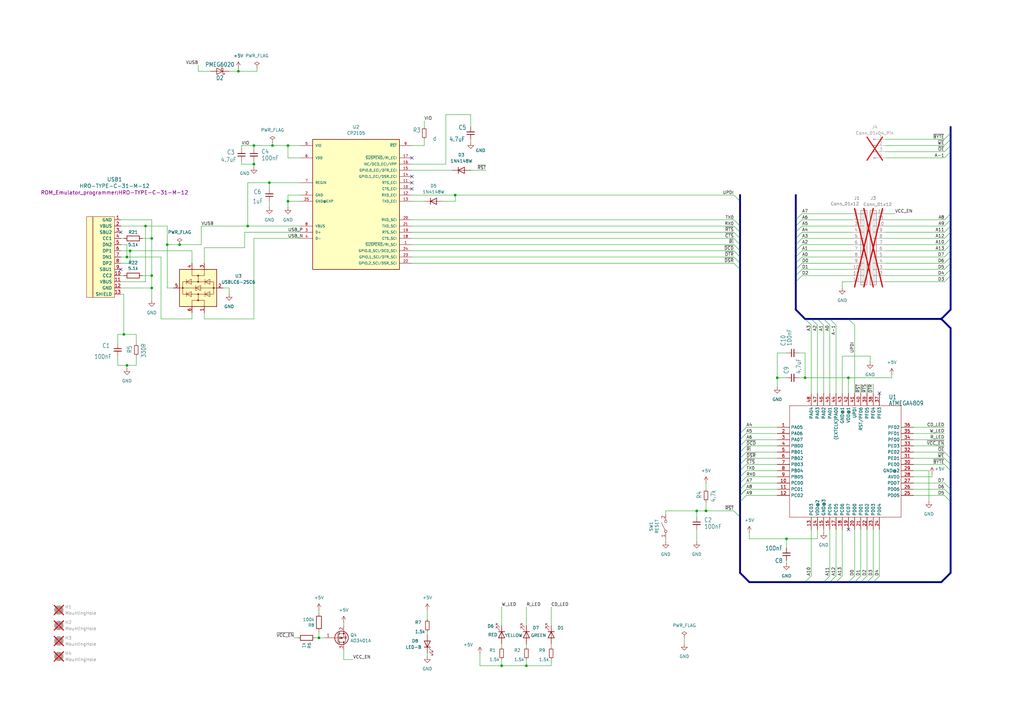
<source format=kicad_sch>
(kicad_sch
	(version 20231120)
	(generator "eeschema")
	(generator_version "8.0")
	(uuid "28fa76d1-9281-4306-81d2-b9e710546d0c")
	(paper "A3")
	(title_block
		(title "ROM Emulator Programmer")
		(date "2024-11-04")
		(rev "0.02")
		(company "Peter & Per")
	)
	
	(junction
		(at 104.14 59.69)
		(diameter 0)
		(color 0 0 0 0)
		(uuid "0b5385ce-6d7b-4b55-aaeb-6bd448fa51f2")
	)
	(junction
		(at 53.34 102.87)
		(diameter 0)
		(color 0 0 0 0)
		(uuid "25fe08f4-9f66-4d53-a6a3-90a9a5f73936")
	)
	(junction
		(at 50.8 137.16)
		(diameter 0)
		(color 0 0 0 0)
		(uuid "27d338ea-17a1-4fb3-a554-8064a82acd68")
	)
	(junction
		(at 347.98 154.94)
		(diameter 0)
		(color 0 0 0 0)
		(uuid "29f471a5-1166-4216-b043-a68044debdba")
	)
	(junction
		(at 285.75 209.55)
		(diameter 0)
		(color 0 0 0 0)
		(uuid "40202182-4f8b-489c-bf19-179a3d99c14c")
	)
	(junction
		(at 215.9 273.05)
		(diameter 0)
		(color 0 0 0 0)
		(uuid "4496bae3-e2ae-48be-8757-c1df244190cc")
	)
	(junction
		(at 118.11 82.55)
		(diameter 0)
		(color 0 0 0 0)
		(uuid "44acbb03-bc4b-41fe-921c-a3df5645d50f")
	)
	(junction
		(at 62.23 113.03)
		(diameter 0)
		(color 0 0 0 0)
		(uuid "49566c78-2e93-4a70-87a7-beae877b2725")
	)
	(junction
		(at 73.66 100.33)
		(diameter 0)
		(color 0 0 0 0)
		(uuid "52aa08b5-ad6f-410c-b3b8-45e39b58c6f8")
	)
	(junction
		(at 62.23 97.79)
		(diameter 0)
		(color 0 0 0 0)
		(uuid "53f90da0-9f08-4abf-bee0-42b3eed651d0")
	)
	(junction
		(at 318.77 154.94)
		(diameter 0)
		(color 0 0 0 0)
		(uuid "5772eb95-057a-49a6-b3fc-f8593202da99")
	)
	(junction
		(at 68.58 100.33)
		(diameter 0)
		(color 0 0 0 0)
		(uuid "5b204ae1-18cb-48a1-8bfc-83bbb69cd4d6")
	)
	(junction
		(at 111.76 59.69)
		(diameter 0)
		(color 0 0 0 0)
		(uuid "6089b4db-b748-4a98-bba0-7baf4fa846ea")
	)
	(junction
		(at 330.2 154.94)
		(diameter 0)
		(color 0 0 0 0)
		(uuid "628920db-d769-4d82-a99e-f8adb116e895")
	)
	(junction
		(at 52.07 149.86)
		(diameter 0)
		(color 0 0 0 0)
		(uuid "6a8a2c7f-5ba8-4b05-aacf-3b126d4ba388")
	)
	(junction
		(at 62.23 118.11)
		(diameter 0)
		(color 0 0 0 0)
		(uuid "83226750-bbd5-4926-bda5-792bd20ce125")
	)
	(junction
		(at 322.58 220.98)
		(diameter 0)
		(color 0 0 0 0)
		(uuid "84f033be-32bb-45a0-9234-97ebb0e46b3b")
	)
	(junction
		(at 289.56 209.55)
		(diameter 0)
		(color 0 0 0 0)
		(uuid "91d43dd0-c31b-46ea-9ed7-629a15b71800")
	)
	(junction
		(at 386.08 130.81)
		(diameter 0)
		(color 0 0 0 0)
		(uuid "9410afe5-3f02-4941-bdbd-949a040e381b")
	)
	(junction
		(at 59.69 92.71)
		(diameter 0)
		(color 0 0 0 0)
		(uuid "95f4ad0f-cbf7-4f0b-853d-1e746aca63b5")
	)
	(junction
		(at 205.74 273.05)
		(diameter 0)
		(color 0 0 0 0)
		(uuid "9db3b82e-e985-4496-95e4-f3e725665b57")
	)
	(junction
		(at 186.69 80.01)
		(diameter 0)
		(color 0 0 0 0)
		(uuid "a97b8538-8868-4c67-87dc-9c75a17457dd")
	)
	(junction
		(at 110.49 74.93)
		(diameter 0)
		(color 0 0 0 0)
		(uuid "af5c349c-66b5-43b0-a637-fea17f1e5d60")
	)
	(junction
		(at 101.6 92.71)
		(diameter 0)
		(color 0 0 0 0)
		(uuid "b38c8910-4c02-41f0-9567-6d3b980b688e")
	)
	(junction
		(at 118.11 59.69)
		(diameter 0)
		(color 0 0 0 0)
		(uuid "d1c33426-9b4a-480f-9814-693db41836a2")
	)
	(junction
		(at 104.14 67.31)
		(diameter 0)
		(color 0 0 0 0)
		(uuid "d1d8163b-99fe-424b-92b5-80e4223e279b")
	)
	(junction
		(at 52.07 105.41)
		(diameter 0)
		(color 0 0 0 0)
		(uuid "de18eed2-d3aa-482d-a7b7-d338c262e634")
	)
	(junction
		(at 97.79 29.21)
		(diameter 0)
		(color 0 0 0 0)
		(uuid "e4e4fe5a-3b98-499f-84a0-64c80cf04e96")
	)
	(junction
		(at 130.81 261.62)
		(diameter 0)
		(color 0 0 0 0)
		(uuid "f21ae05e-3001-43fa-b13c-5e5b5e370dd5")
	)
	(no_connect
		(at 168.91 64.77)
		(uuid "090c0de3-97af-4e8e-bfe6-69367e37f199")
	)
	(no_connect
		(at 168.91 74.93)
		(uuid "12832370-4dac-4ce6-8f2c-df6c1ea3d5ae")
	)
	(no_connect
		(at 49.53 110.49)
		(uuid "327264a2-1cde-4c2c-b205-7c14a5dbbf5c")
	)
	(no_connect
		(at 347.98 217.17)
		(uuid "33e031f8-b2bf-43a8-b45b-02363745e06c")
	)
	(no_connect
		(at 360.68 161.29)
		(uuid "5fbbfa6c-c786-43cd-9118-9a1148b6cd4a")
	)
	(no_connect
		(at 168.91 77.47)
		(uuid "8efa0d27-6872-43fc-8392-0c22425b8e3c")
	)
	(no_connect
		(at 168.91 72.39)
		(uuid "d0388342-f54d-4480-acf7-ab6137699ac5")
	)
	(no_connect
		(at 49.53 95.25)
		(uuid "e958ab6e-b7bc-41aa-8552-74f8a03fb1a1")
	)
	(bus_entry
		(at 328.93 113.03)
		(size -2.54 2.54)
		(stroke
			(width 0)
			(type default)
		)
		(uuid "0aa1af16-689c-411d-94ed-9d2f18765aea")
	)
	(bus_entry
		(at 387.35 59.69)
		(size 2.54 -2.54)
		(stroke
			(width 0)
			(type default)
		)
		(uuid "16a685a5-abe1-429b-a85b-7fb5aeb91a98")
	)
	(bus_entry
		(at 328.93 87.63)
		(size -2.54 2.54)
		(stroke
			(width 0)
			(type default)
		)
		(uuid "16fb4579-8076-4569-a889-c74fb0a44e57")
	)
	(bus_entry
		(at 387.35 102.87)
		(size 2.54 -2.54)
		(stroke
			(width 0)
			(type default)
		)
		(uuid "17afc67b-cb84-41c7-a0d3-859bf042dd44")
	)
	(bus_entry
		(at 360.68 236.22)
		(size -2.54 2.54)
		(stroke
			(width 0)
			(type default)
		)
		(uuid "1910cc65-d552-4ede-8a47-7bb05d228f88")
	)
	(bus_entry
		(at 387.35 92.71)
		(size 2.54 -2.54)
		(stroke
			(width 0)
			(type default)
		)
		(uuid "1be8e402-e8e0-462a-9c1d-8b35ca998292")
	)
	(bus_entry
		(at 306.07 185.42)
		(size -2.54 2.54)
		(stroke
			(width 0)
			(type default)
		)
		(uuid "1c3fbe6f-ce20-4496-b063-95809e974a7d")
	)
	(bus_entry
		(at 387.35 107.95)
		(size 2.54 -2.54)
		(stroke
			(width 0)
			(type default)
		)
		(uuid "20bfcef1-00cc-4234-972e-37a3aca6546c")
	)
	(bus_entry
		(at 342.9 236.22)
		(size -2.54 2.54)
		(stroke
			(width 0)
			(type default)
		)
		(uuid "232552e6-d3ce-4323-9878-9d0a815a4fb0")
	)
	(bus_entry
		(at 387.35 95.25)
		(size 2.54 -2.54)
		(stroke
			(width 0)
			(type default)
		)
		(uuid "2485caa4-edea-47d3-8564-cee6ac5cd45e")
	)
	(bus_entry
		(at 328.93 97.79)
		(size -2.54 2.54)
		(stroke
			(width 0)
			(type default)
		)
		(uuid "25026f63-23a1-4fdd-9ba1-d57454297aad")
	)
	(bus_entry
		(at 306.07 200.66)
		(size -2.54 2.54)
		(stroke
			(width 0)
			(type default)
		)
		(uuid "25935f77-39bc-4b3c-a923-1df4383556b3")
	)
	(bus_entry
		(at 306.07 177.8)
		(size -2.54 2.54)
		(stroke
			(width 0)
			(type default)
		)
		(uuid "25ab4834-eba0-46db-85de-b05220deb2bd")
	)
	(bus_entry
		(at 342.9 133.35)
		(size -2.54 -2.54)
		(stroke
			(width 0)
			(type default)
		)
		(uuid "28dc474f-e6e9-4bfe-aaa4-5cf8802ba712")
	)
	(bus_entry
		(at 387.35 200.66)
		(size 2.54 2.54)
		(stroke
			(width 0)
			(type default)
		)
		(uuid "2c1f6dc9-e875-485a-8268-d7844c713a09")
	)
	(bus_entry
		(at 328.93 100.33)
		(size -2.54 2.54)
		(stroke
			(width 0)
			(type default)
		)
		(uuid "2efdf071-883b-4862-b301-80ffe5be0ca0")
	)
	(bus_entry
		(at 387.35 57.15)
		(size 2.54 -2.54)
		(stroke
			(width 0)
			(type default)
		)
		(uuid "2f3f09fe-9c8f-4565-89a0-4fda67bdfe1e")
	)
	(bus_entry
		(at 387.35 110.49)
		(size 2.54 -2.54)
		(stroke
			(width 0)
			(type default)
		)
		(uuid "306f09d3-c117-4330-9407-5c4d49ce0b53")
	)
	(bus_entry
		(at 337.82 133.35)
		(size -2.54 -2.54)
		(stroke
			(width 0)
			(type default)
		)
		(uuid "33649431-c1c8-43cd-9acd-2c9a7d3321e8")
	)
	(bus_entry
		(at 387.35 97.79)
		(size 2.54 -2.54)
		(stroke
			(width 0)
			(type default)
		)
		(uuid "35824b65-6ec4-46e2-b5c4-eac478b69c2b")
	)
	(bus_entry
		(at 300.99 105.41)
		(size 2.54 2.54)
		(stroke
			(width 0)
			(type default)
		)
		(uuid "41561966-8ce9-4c7a-a28a-d6e52c61b8ce")
	)
	(bus_entry
		(at 300.99 100.33)
		(size 2.54 2.54)
		(stroke
			(width 0)
			(type default)
		)
		(uuid "4156a1e4-6ae9-411f-b3d8-d905c130f96f")
	)
	(bus_entry
		(at 306.07 187.96)
		(size -2.54 2.54)
		(stroke
			(width 0)
			(type default)
		)
		(uuid "4c46db71-2e10-4a72-a085-5d498e5d9b46")
	)
	(bus_entry
		(at 387.35 64.77)
		(size 2.54 -2.54)
		(stroke
			(width 0)
			(type default)
		)
		(uuid "4c7cc51e-3724-449d-adbb-3ea092cbc57e")
	)
	(bus_entry
		(at 355.6 236.22)
		(size -2.54 2.54)
		(stroke
			(width 0)
			(type default)
		)
		(uuid "5015131d-c2ac-424e-a78c-0a05714f6fac")
	)
	(bus_entry
		(at 328.93 90.17)
		(size -2.54 2.54)
		(stroke
			(width 0)
			(type default)
		)
		(uuid "51bbb9fa-f4ea-4874-a7d9-4741da0d4ce4")
	)
	(bus_entry
		(at 306.07 190.5)
		(size -2.54 2.54)
		(stroke
			(width 0)
			(type default)
		)
		(uuid "52937965-f49c-46fc-9cc9-fc7cc3e135ff")
	)
	(bus_entry
		(at 300.99 97.79)
		(size 2.54 2.54)
		(stroke
			(width 0)
			(type default)
		)
		(uuid "558d7629-867b-469a-a58d-ad7b8bd48af8")
	)
	(bus_entry
		(at 328.93 102.87)
		(size -2.54 2.54)
		(stroke
			(width 0)
			(type default)
		)
		(uuid "57919088-5913-4eda-b3f9-047a2b97203c")
	)
	(bus_entry
		(at 358.14 236.22)
		(size -2.54 2.54)
		(stroke
			(width 0)
			(type default)
		)
		(uuid "58c68571-7bb1-4e02-969f-0f375d588f18")
	)
	(bus_entry
		(at 306.07 198.12)
		(size -2.54 2.54)
		(stroke
			(width 0)
			(type default)
		)
		(uuid "5d39ca08-1f9e-4a7f-b076-da956f2d39f8")
	)
	(bus_entry
		(at 300.99 90.17)
		(size 2.54 2.54)
		(stroke
			(width 0)
			(type default)
		)
		(uuid "668eecfb-898e-4f3f-9125-ea0e2700ea44")
	)
	(bus_entry
		(at 306.07 180.34)
		(size -2.54 2.54)
		(stroke
			(width 0)
			(type default)
		)
		(uuid "66fa855d-9aab-4934-a28c-54da3fba9912")
	)
	(bus_entry
		(at 387.35 62.23)
		(size 2.54 -2.54)
		(stroke
			(width 0)
			(type default)
		)
		(uuid "69305812-d088-44f4-85c7-a578cdaed436")
	)
	(bus_entry
		(at 387.35 185.42)
		(size 2.54 2.54)
		(stroke
			(width 0)
			(type default)
		)
		(uuid "71ae20e8-c87e-4827-916b-ba5efd75b6be")
	)
	(bus_entry
		(at 387.35 100.33)
		(size 2.54 -2.54)
		(stroke
			(width 0)
			(type default)
		)
		(uuid "7224c973-9db9-4da6-acd6-6fbf779b56fb")
	)
	(bus_entry
		(at 332.74 236.22)
		(size -2.54 2.54)
		(stroke
			(width 0)
			(type default)
		)
		(uuid "7579ff0e-c314-44ab-a8a0-47817b1c8abb")
	)
	(bus_entry
		(at 306.07 193.04)
		(size -2.54 2.54)
		(stroke
			(width 0)
			(type default)
		)
		(uuid "7c422821-4b95-406d-916e-9666fd8aa869")
	)
	(bus_entry
		(at 300.99 80.01)
		(size 2.54 2.54)
		(stroke
			(width 0)
			(type default)
		)
		(uuid "7c9b0bd5-fae6-4cfe-a80f-1c525793abb9")
	)
	(bus_entry
		(at 387.35 113.03)
		(size 2.54 -2.54)
		(stroke
			(width 0)
			(type default)
		)
		(uuid "7f71c6f6-fc39-480a-870c-642f356424fe")
	)
	(bus_entry
		(at 328.93 92.71)
		(size -2.54 2.54)
		(stroke
			(width 0)
			(type default)
		)
		(uuid "7fb0f4c9-65d2-4a8f-a048-ee7a67f238b2")
	)
	(bus_entry
		(at 306.07 200.66)
		(size -2.54 2.54)
		(stroke
			(width 0)
			(type default)
		)
		(uuid "842ecb31-5cfe-4144-8683-3c6d1331ff77")
	)
	(bus_entry
		(at 387.35 90.17)
		(size 2.54 -2.54)
		(stroke
			(width 0)
			(type default)
		)
		(uuid "85859c3c-9ec5-4020-b4b2-424ee21c7f31")
	)
	(bus_entry
		(at 328.93 95.25)
		(size -2.54 2.54)
		(stroke
			(width 0)
			(type default)
		)
		(uuid "866292a7-49b7-4edc-a078-0b67d6d4ae4c")
	)
	(bus_entry
		(at 340.36 236.22)
		(size -2.54 2.54)
		(stroke
			(width 0)
			(type default)
		)
		(uuid "8790097f-ce2c-4cee-974d-6aba0753c60f")
	)
	(bus_entry
		(at 387.35 105.41)
		(size 2.54 -2.54)
		(stroke
			(width 0)
			(type default)
		)
		(uuid "92d378de-bc20-41a0-a9b1-dc67fc4b1c50")
	)
	(bus_entry
		(at 306.07 203.2)
		(size -2.54 2.54)
		(stroke
			(width 0)
			(type default)
		)
		(uuid "9e30d67c-3181-421c-aea0-c2f47e295343")
	)
	(bus_entry
		(at 387.35 198.12)
		(size 2.54 2.54)
		(stroke
			(width 0)
			(type default)
		)
		(uuid "a09ab4d8-6519-4e2b-a8eb-bd4d95fb7897")
	)
	(bus_entry
		(at 306.07 195.58)
		(size -2.54 2.54)
		(stroke
			(width 0)
			(type default)
		)
		(uuid "a146ad34-41ff-4206-a19d-0be39c0cd6ab")
	)
	(bus_entry
		(at 387.35 187.96)
		(size 2.54 2.54)
		(stroke
			(width 0)
			(type default)
		)
		(uuid "a3a8ab07-58fb-49b6-8265-0000d373c0f4")
	)
	(bus_entry
		(at 328.93 107.95)
		(size -2.54 2.54)
		(stroke
			(width 0)
			(type default)
		)
		(uuid "ae2c274e-1b19-43dc-ba01-7842f12c853c")
	)
	(bus_entry
		(at 345.44 236.22)
		(size -2.54 2.54)
		(stroke
			(width 0)
			(type default)
		)
		(uuid "ae907c98-f150-4cfe-8683-866f547cddc3")
	)
	(bus_entry
		(at 328.93 105.41)
		(size -2.54 2.54)
		(stroke
			(width 0)
			(type default)
		)
		(uuid "aec6c226-2370-48f5-a6b8-7c050a1b034a")
	)
	(bus_entry
		(at 387.35 115.57)
		(size 2.54 -2.54)
		(stroke
			(width 0)
			(type default)
		)
		(uuid "b52cd8fb-a4e1-485e-8296-2595c0d87705")
	)
	(bus_entry
		(at 300.99 102.87)
		(size 2.54 2.54)
		(stroke
			(width 0)
			(type default)
		)
		(uuid "b53122d2-eec9-44fe-8e5a-40a0f193d651")
	)
	(bus_entry
		(at 300.99 95.25)
		(size 2.54 2.54)
		(stroke
			(width 0)
			(type default)
		)
		(uuid "b648e4ff-6e3d-45f7-8e9a-0c189b6194fb")
	)
	(bus_entry
		(at 340.36 133.35)
		(size -2.54 -2.54)
		(stroke
			(width 0)
			(type default)
		)
		(uuid "b71aef7b-0325-4713-b6e1-27f4aba133ac")
	)
	(bus_entry
		(at 328.93 110.49)
		(size -2.54 2.54)
		(stroke
			(width 0)
			(type default)
		)
		(uuid "b943ddf4-d7e8-49fe-a5a8-27433629e951")
	)
	(bus_entry
		(at 300.99 107.95)
		(size 2.54 2.54)
		(stroke
			(width 0)
			(type default)
		)
		(uuid "b96dd574-2a3c-41fa-b03c-30393e032c33")
	)
	(bus_entry
		(at 300.99 209.55)
		(size 2.54 2.54)
		(stroke
			(width 0)
			(type default)
		)
		(uuid "bd83e3c9-e2a7-47a7-abc0-eefb902aac33")
	)
	(bus_entry
		(at 332.74 133.35)
		(size -2.54 -2.54)
		(stroke
			(width 0)
			(type default)
		)
		(uuid "be8ad4d9-f125-45ee-84c7-8700267dc8d3")
	)
	(bus_entry
		(at 300.99 92.71)
		(size 2.54 2.54)
		(stroke
			(width 0)
			(type default)
		)
		(uuid "bea0c759-31a1-4d60-a9af-0439140837d9")
	)
	(bus_entry
		(at 387.35 190.5)
		(size 2.54 2.54)
		(stroke
			(width 0)
			(type default)
		)
		(uuid "c51268ad-6885-4322-8e4d-c67d857e3d23")
	)
	(bus_entry
		(at 353.06 236.22)
		(size -2.54 2.54)
		(stroke
			(width 0)
			(type default)
		)
		(uuid "cf1061d4-aedb-44b3-afee-d2e2aef0f8d9")
	)
	(bus_entry
		(at 306.07 182.88)
		(size -2.54 2.54)
		(stroke
			(width 0)
			(type default)
		)
		(uuid "e3849443-c14b-42b0-8661-ae5416d57985")
	)
	(bus_entry
		(at 306.07 175.26)
		(size -2.54 2.54)
		(stroke
			(width 0)
			(type default)
		)
		(uuid "e3aec4cb-12fc-4eec-864a-0cb00c18c397")
	)
	(bus_entry
		(at 387.35 203.2)
		(size 2.54 2.54)
		(stroke
			(width 0)
			(type default)
		)
		(uuid "e9354dbe-5ab2-445d-afa8-6c25f014f2ea")
	)
	(bus_entry
		(at 335.28 133.35)
		(size -2.54 -2.54)
		(stroke
			(width 0)
			(type default)
		)
		(uuid "eb4e5123-fe35-45e0-a9e4-095e9ee5ea6b")
	)
	(bus_entry
		(at 350.52 236.22)
		(size -2.54 2.54)
		(stroke
			(width 0)
			(type default)
		)
		(uuid "ef562df2-da45-448a-b1c9-9e75f319a6fb")
	)
	(bus_entry
		(at 350.52 133.35)
		(size -2.54 -2.54)
		(stroke
			(width 0)
			(type default)
		)
		(uuid "f94ee951-5821-4e10-8d0b-78426479034e")
	)
	(bus
		(pts
			(xy 389.89 102.87) (xy 389.89 105.41)
		)
		(stroke
			(width 0.762)
			(type solid)
		)
		(uuid "009e38fb-06d8-4f52-a649-342a66806d07")
	)
	(wire
		(pts
			(xy 347.98 154.94) (xy 365.76 154.94)
		)
		(stroke
			(width 0.1524)
			(type solid)
		)
		(uuid "013a424d-0c63-410d-a030-e123de418a7b")
	)
	(wire
		(pts
			(xy 62.23 97.79) (xy 62.23 113.03)
		)
		(stroke
			(width 0)
			(type default)
		)
		(uuid "015919bb-bf9a-4193-8487-a1d36051865d")
	)
	(wire
		(pts
			(xy 205.74 264.16) (xy 205.74 265.43)
		)
		(stroke
			(width 0)
			(type default)
		)
		(uuid "019ac63c-afae-46e9-bd5b-ec9a0adbeb52")
	)
	(wire
		(pts
			(xy 118.11 80.01) (xy 123.19 80.01)
		)
		(stroke
			(width 0)
			(type default)
		)
		(uuid "02d65cb0-0e69-4a07-b93e-d030d43779a5")
	)
	(wire
		(pts
			(xy 168.91 102.87) (xy 300.99 102.87)
		)
		(stroke
			(width 0)
			(type default)
		)
		(uuid "02e5e938-27fe-4ee3-bf7f-0effc7bb3ed4")
	)
	(wire
		(pts
			(xy 130.81 261.62) (xy 133.35 261.62)
		)
		(stroke
			(width 0)
			(type default)
		)
		(uuid "0381a88b-5251-4399-bd12-fa44317dd30d")
	)
	(wire
		(pts
			(xy 374.65 193.04) (xy 381 193.04)
		)
		(stroke
			(width 0)
			(type default)
		)
		(uuid "042e4ed2-7259-4e1d-bf91-590c01946f4d")
	)
	(bus
		(pts
			(xy 326.39 92.71) (xy 326.39 90.17)
		)
		(stroke
			(width 0.762)
			(type solid)
		)
		(uuid "0509aad3-98e1-46b0-b088-0edb29aa5c30")
	)
	(bus
		(pts
			(xy 303.53 190.5) (xy 303.53 193.04)
		)
		(stroke
			(width 0.762)
			(type solid)
		)
		(uuid "060f7903-b599-4c80-b0f7-bdff8b1c5c0e")
	)
	(bus
		(pts
			(xy 389.89 110.49) (xy 389.89 113.03)
		)
		(stroke
			(width 0.762)
			(type solid)
		)
		(uuid "0752531a-d6a4-4814-85e2-02e48ec0dbe8")
	)
	(wire
		(pts
			(xy 55.88 149.86) (xy 55.88 146.05)
		)
		(stroke
			(width 0)
			(type default)
		)
		(uuid "07bff6b7-ae9d-4c0f-8cda-c7008b425773")
	)
	(wire
		(pts
			(xy 349.25 105.41) (xy 328.93 105.41)
		)
		(stroke
			(width 0)
			(type default)
		)
		(uuid "08393765-15ca-4832-89b7-61d85d407e61")
	)
	(wire
		(pts
			(xy 318.77 158.75) (xy 318.77 154.94)
		)
		(stroke
			(width 0)
			(type default)
		)
		(uuid "09c3e1ac-4617-482c-9e3c-dd2907fcde2d")
	)
	(wire
		(pts
			(xy 66.04 105.41) (xy 66.04 130.81)
		)
		(stroke
			(width 0)
			(type default)
		)
		(uuid "0a049206-63c3-45b7-81ea-36e71c351f4c")
	)
	(bus
		(pts
			(xy 303.53 193.04) (xy 303.53 195.58)
		)
		(stroke
			(width 0.762)
			(type solid)
		)
		(uuid "0ccce800-0a2f-4e70-8493-346e3a264df8")
	)
	(wire
		(pts
			(xy 118.11 64.77) (xy 123.19 64.77)
		)
		(stroke
			(width 0)
			(type default)
		)
		(uuid "0d7c5090-992e-49c1-a8ae-8b1184974944")
	)
	(wire
		(pts
			(xy 363.22 87.63) (xy 367.03 87.63)
		)
		(stroke
			(width 0)
			(type default)
		)
		(uuid "0e2acd85-a123-41b7-93c4-ab43a356d450")
	)
	(wire
		(pts
			(xy 349.25 100.33) (xy 328.93 100.33)
		)
		(stroke
			(width 0)
			(type default)
		)
		(uuid "0ebfff8f-895d-414b-8952-e54f5e5af4a5")
	)
	(wire
		(pts
			(xy 111.76 58.42) (xy 111.76 59.69)
		)
		(stroke
			(width 0)
			(type default)
		)
		(uuid "104ed818-a58a-4426-973c-f6985944d838")
	)
	(wire
		(pts
			(xy 327.66 154.94) (xy 330.2 154.94)
		)
		(stroke
			(width 0.1524)
			(type solid)
		)
		(uuid "11212c01-7978-4656-a750-69f7b1e63e9f")
	)
	(bus
		(pts
			(xy 389.89 113.03) (xy 389.89 127)
		)
		(stroke
			(width 0.762)
			(type solid)
		)
		(uuid "1177ab42-a473-4fd1-9ba0-7f73b4985297")
	)
	(wire
		(pts
			(xy 186.69 80.01) (xy 300.99 80.01)
		)
		(stroke
			(width 0)
			(type default)
		)
		(uuid "11a0e260-3203-4065-9e9c-7bc37bdd6ac9")
	)
	(wire
		(pts
			(xy 168.91 97.79) (xy 300.99 97.79)
		)
		(stroke
			(width 0)
			(type default)
		)
		(uuid "126eff1f-19f5-4602-80e8-8266daf4f87e")
	)
	(wire
		(pts
			(xy 349.25 90.17) (xy 328.93 90.17)
		)
		(stroke
			(width 0)
			(type default)
		)
		(uuid "12c7cffc-e85d-4800-9f6d-b94edff32052")
	)
	(bus
		(pts
			(xy 342.9 238.76) (xy 347.98 238.76)
		)
		(stroke
			(width 0.762)
			(type solid)
		)
		(uuid "1300f3ec-1477-4228-9d48-992c9e0a6f65")
	)
	(wire
		(pts
			(xy 182.88 67.31) (xy 182.88 46.99)
		)
		(stroke
			(width 0)
			(type default)
		)
		(uuid "14012df3-337f-47a2-b262-561a05ce5faa")
	)
	(bus
		(pts
			(xy 350.52 238.76) (xy 353.06 238.76)
		)
		(stroke
			(width 0.762)
			(type solid)
		)
		(uuid "16235157-2cf7-4cf5-b472-e5bef53e0c1b")
	)
	(bus
		(pts
			(xy 353.06 238.76) (xy 355.6 238.76)
		)
		(stroke
			(width 0.762)
			(type solid)
		)
		(uuid "1744e8ae-2f53-4a25-b5a2-90744d83b232")
	)
	(bus
		(pts
			(xy 389.89 97.79) (xy 389.89 100.33)
		)
		(stroke
			(width 0.762)
			(type solid)
		)
		(uuid "1756d4fc-8430-4535-8587-3ddbfc109c60")
	)
	(bus
		(pts
			(xy 326.39 105.41) (xy 326.39 102.87)
		)
		(stroke
			(width 0.762)
			(type solid)
		)
		(uuid "18ad8ee6-dda0-42f9-9290-c2e84f19e80d")
	)
	(wire
		(pts
			(xy 50.8 120.65) (xy 50.8 137.16)
		)
		(stroke
			(width 0)
			(type default)
		)
		(uuid "19dc7b7f-6577-468e-a23e-44c9c4f02c8a")
	)
	(bus
		(pts
			(xy 303.53 100.33) (xy 303.53 102.87)
		)
		(stroke
			(width 0.762)
			(type solid)
		)
		(uuid "1a9cf1bb-7c40-4a46-a332-42c11e8ad0e6")
	)
	(wire
		(pts
			(xy 196.85 267.97) (xy 196.85 273.05)
		)
		(stroke
			(width 0)
			(type default)
		)
		(uuid "1b9f7f01-7362-440f-b836-47170616eaf5")
	)
	(wire
		(pts
			(xy 318.77 187.96) (xy 306.07 187.96)
		)
		(stroke
			(width 0.1524)
			(type solid)
		)
		(uuid "1ce66a5d-c3ef-4e46-a69c-19befb9b09d5")
	)
	(wire
		(pts
			(xy 52.07 149.86) (xy 52.07 151.13)
		)
		(stroke
			(width 0)
			(type default)
		)
		(uuid "1e4fc8f8-f593-4a29-b4cd-70d9837add59")
	)
	(wire
		(pts
			(xy 318.77 195.58) (xy 306.07 195.58)
		)
		(stroke
			(width 0.1524)
			(type solid)
		)
		(uuid "1eab1aa2-e84d-4cc1-b606-b47612e8b88b")
	)
	(wire
		(pts
			(xy 318.77 154.94) (xy 322.58 154.94)
		)
		(stroke
			(width 0)
			(type default)
		)
		(uuid "1eb334ba-07be-46cf-91b9-6057a111fdcb")
	)
	(wire
		(pts
			(xy 62.23 113.03) (xy 62.23 118.11)
		)
		(stroke
			(width 0)
			(type default)
		)
		(uuid "1ec0a4bb-c245-46b2-b58d-26cdaf073780")
	)
	(wire
		(pts
			(xy 374.65 175.26) (xy 387.35 175.26)
		)
		(stroke
			(width 0)
			(type default)
		)
		(uuid "1ef0529d-7bf0-43a1-83c1-ee2096199477")
	)
	(wire
		(pts
			(xy 349.25 92.71) (xy 328.93 92.71)
		)
		(stroke
			(width 0)
			(type default)
		)
		(uuid "2018ab69-1b58-4b1c-be6d-630c9493131b")
	)
	(wire
		(pts
			(xy 340.36 161.29) (xy 340.36 133.35)
		)
		(stroke
			(width 0.1524)
			(type solid)
		)
		(uuid "20fb9ccb-4ef5-469b-88ab-fd2d1ed94c7e")
	)
	(wire
		(pts
			(xy 273.05 220.98) (xy 273.05 222.25)
		)
		(stroke
			(width 0)
			(type default)
		)
		(uuid "214a7ee8-8efd-4ad8-a40a-91e79ad8be86")
	)
	(wire
		(pts
			(xy 363.22 92.71) (xy 387.35 92.71)
		)
		(stroke
			(width 0)
			(type default)
		)
		(uuid "21d72ae5-41c2-4531-8ed7-777e28225e5c")
	)
	(wire
		(pts
			(xy 111.76 59.69) (xy 118.11 59.69)
		)
		(stroke
			(width 0)
			(type default)
		)
		(uuid "2258a772-d79e-4979-9604-3f6daa239910")
	)
	(wire
		(pts
			(xy 53.34 102.87) (xy 78.74 102.87)
		)
		(stroke
			(width 0)
			(type default)
		)
		(uuid "22be691a-d2f7-4b76-82b7-b3454c5f6574")
	)
	(wire
		(pts
			(xy 62.23 118.11) (xy 62.23 123.19)
		)
		(stroke
			(width 0)
			(type default)
		)
		(uuid "2300fff3-6ac5-49f7-85d8-0262eb9d8349")
	)
	(bus
		(pts
			(xy 303.53 200.66) (xy 303.53 198.12)
		)
		(stroke
			(width 0.762)
			(type solid)
		)
		(uuid "2378be87-b70d-48b9-9032-240b9e5821df")
	)
	(wire
		(pts
			(xy 273.05 209.55) (xy 285.75 209.55)
		)
		(stroke
			(width 0.1524)
			(type solid)
		)
		(uuid "23ae37f7-0064-4193-ab8e-d6a22a1e843d")
	)
	(bus
		(pts
			(xy 326.39 107.95) (xy 326.39 105.41)
		)
		(stroke
			(width 0.762)
			(type solid)
		)
		(uuid "23b08d59-f152-479e-8bfd-78fe22932cfc")
	)
	(bus
		(pts
			(xy 389.89 62.23) (xy 389.89 87.63)
		)
		(stroke
			(width 0.762)
			(type solid)
		)
		(uuid "24dd2c5d-86f0-4ec5-b6e4-6ee4c7cab5bd")
	)
	(bus
		(pts
			(xy 307.34 238.76) (xy 303.53 234.95)
		)
		(stroke
			(width 0.762)
			(type solid)
		)
		(uuid "24f9edcc-32d4-4da1-92c1-6a803eab182c")
	)
	(wire
		(pts
			(xy 168.91 80.01) (xy 186.69 80.01)
		)
		(stroke
			(width 0)
			(type default)
		)
		(uuid "251570e9-261b-4a97-8ec1-de8152174fc7")
	)
	(wire
		(pts
			(xy 55.88 137.16) (xy 55.88 140.97)
		)
		(stroke
			(width 0)
			(type default)
		)
		(uuid "252b2c5f-8382-4038-b564-9a6dc9fbc0ae")
	)
	(wire
		(pts
			(xy 105.41 29.21) (xy 105.41 27.94)
		)
		(stroke
			(width 0)
			(type default)
		)
		(uuid "25e47d13-f83c-4b36-918e-de41ac914996")
	)
	(bus
		(pts
			(xy 303.53 203.2) (xy 303.53 205.74)
		)
		(stroke
			(width 0.762)
			(type solid)
		)
		(uuid "27755419-bda5-4635-9da3-d7b708346a7f")
	)
	(wire
		(pts
			(xy 83.82 101.6) (xy 100.33 101.6)
		)
		(stroke
			(width 0)
			(type default)
		)
		(uuid "2a3b960c-773a-41b4-b2d0-93e681f5f43b")
	)
	(bus
		(pts
			(xy 326.39 80.01) (xy 326.39 90.17)
		)
		(stroke
			(width 0.762)
			(type solid)
		)
		(uuid "2ba86e6b-d314-4e63-a775-66d93ff94e5a")
	)
	(wire
		(pts
			(xy 205.74 270.51) (xy 205.74 273.05)
		)
		(stroke
			(width 0.1524)
			(type solid)
		)
		(uuid "2bad68dc-297b-4555-85f6-d6361423eb7c")
	)
	(bus
		(pts
			(xy 303.53 107.95) (xy 303.53 110.49)
		)
		(stroke
			(width 0.762)
			(type solid)
		)
		(uuid "2cc63d86-c6c4-449b-8f56-235a189fb9cc")
	)
	(wire
		(pts
			(xy 318.77 144.78) (xy 322.58 144.78)
		)
		(stroke
			(width 0)
			(type default)
		)
		(uuid "2cfda724-8e8a-41e3-80f9-005fa80ad197")
	)
	(wire
		(pts
			(xy 49.53 92.71) (xy 59.69 92.71)
		)
		(stroke
			(width 0)
			(type default)
		)
		(uuid "2de501c6-8a0d-43ab-a625-7e56e9567fee")
	)
	(bus
		(pts
			(xy 358.14 238.76) (xy 386.08 238.76)
		)
		(stroke
			(width 0.762)
			(type solid)
		)
		(uuid "2e71ef3f-af3f-44df-8112-312e0ae37782")
	)
	(wire
		(pts
			(xy 363.22 115.57) (xy 387.35 115.57)
		)
		(stroke
			(width 0)
			(type default)
		)
		(uuid "2f04fef7-6359-4dee-97c3-872a2308cf02")
	)
	(bus
		(pts
			(xy 332.74 130.81) (xy 330.2 130.81)
		)
		(stroke
			(width 0.762)
			(type solid)
		)
		(uuid "2fd66dbb-d7f1-42f5-8a28-156223f96917")
	)
	(wire
		(pts
			(xy 118.11 85.09) (xy 118.11 82.55)
		)
		(stroke
			(width 0)
			(type default)
		)
		(uuid "30aa98d9-1505-4013-8b37-7de86a96b256")
	)
	(bus
		(pts
			(xy 389.89 234.95) (xy 389.89 205.74)
		)
		(stroke
			(width 0.762)
			(type solid)
		)
		(uuid "30b3fd97-8875-468e-8bbd-29b1e6ea0f41")
	)
	(wire
		(pts
			(xy 118.11 82.55) (xy 123.19 82.55)
		)
		(stroke
			(width 0)
			(type default)
		)
		(uuid "30cf7ec6-ffbb-4901-a6d5-6acf43df118b")
	)
	(wire
		(pts
			(xy 356.87 148.59) (xy 356.87 146.05)
		)
		(stroke
			(width 0)
			(type default)
		)
		(uuid "31868d51-0a97-4c33-95c5-57011daea4f7")
	)
	(wire
		(pts
			(xy 83.82 101.6) (xy 83.82 107.95)
		)
		(stroke
			(width 0)
			(type default)
		)
		(uuid "31ab0e6a-1775-47d6-94e6-3ae0481e6615")
	)
	(wire
		(pts
			(xy 289.56 198.12) (xy 289.56 200.66)
		)
		(stroke
			(width 0)
			(type default)
		)
		(uuid "33d513a6-20af-47f1-923c-fe81feee2e85")
	)
	(wire
		(pts
			(xy 58.42 97.79) (xy 62.23 97.79)
		)
		(stroke
			(width 0)
			(type default)
		)
		(uuid "34913f22-09d2-4c06-8649-234e8665a34d")
	)
	(wire
		(pts
			(xy 104.14 59.69) (xy 104.14 60.96)
		)
		(stroke
			(width 0)
			(type default)
		)
		(uuid "34da4228-f370-437c-b988-f24ea289f74e")
	)
	(bus
		(pts
			(xy 389.89 200.66) (xy 389.89 193.04)
		)
		(stroke
			(width 0.762)
			(type solid)
		)
		(uuid "35137d75-cbac-4a59-9a03-826fe702466c")
	)
	(wire
		(pts
			(xy 328.93 107.95) (xy 349.25 107.95)
		)
		(stroke
			(width 0)
			(type default)
		)
		(uuid "35ab9d8f-d203-46b2-bd98-94bb4d97c0ea")
	)
	(wire
		(pts
			(xy 289.56 209.55) (xy 300.99 209.55)
		)
		(stroke
			(width 0.1524)
			(type solid)
		)
		(uuid "3619a9af-b27a-444f-a2e8-996126967f4b")
	)
	(wire
		(pts
			(xy 101.6 74.93) (xy 110.49 74.93)
		)
		(stroke
			(width 0)
			(type default)
		)
		(uuid "3702beb1-ef23-46a7-a680-821301fc96df")
	)
	(wire
		(pts
			(xy 129.54 261.62) (xy 130.81 261.62)
		)
		(stroke
			(width 0)
			(type default)
		)
		(uuid "3766d906-4b6b-4091-b532-dc0a3179d153")
	)
	(wire
		(pts
			(xy 381 193.04) (xy 381 205.74)
		)
		(stroke
			(width 0)
			(type default)
		)
		(uuid "3a2078cc-5cd1-4839-9088-ea1d7e726567")
	)
	(wire
		(pts
			(xy 173.99 59.69) (xy 173.99 57.15)
		)
		(stroke
			(width 0)
			(type default)
		)
		(uuid "3ab48840-1b56-410a-b3a8-f5d9e1b7f2c1")
	)
	(wire
		(pts
			(xy 374.65 190.5) (xy 387.35 190.5)
		)
		(stroke
			(width 0.1524)
			(type solid)
		)
		(uuid "3c3163a8-fc90-476d-8cf5-87ef721a3cf0")
	)
	(bus
		(pts
			(xy 303.53 102.87) (xy 303.53 105.41)
		)
		(stroke
			(width 0.762)
			(type solid)
		)
		(uuid "3cb0a27a-a63e-484d-aaee-27adcbbfd4e7")
	)
	(wire
		(pts
			(xy 104.14 97.79) (xy 104.14 130.81)
		)
		(stroke
			(width 0)
			(type default)
		)
		(uuid "3cbab137-a3b3-4dbe-aaa0-38d4538b3189")
	)
	(wire
		(pts
			(xy 318.77 203.2) (xy 306.07 203.2)
		)
		(stroke
			(width 0.1524)
			(type solid)
		)
		(uuid "3dbe62f7-dc53-4a23-99be-34f981a57410")
	)
	(wire
		(pts
			(xy 335.28 161.29) (xy 335.28 133.35)
		)
		(stroke
			(width 0.1524)
			(type solid)
		)
		(uuid "3e5c746d-ae0b-4327-91f2-63f01bcda125")
	)
	(wire
		(pts
			(xy 62.23 90.17) (xy 62.23 97.79)
		)
		(stroke
			(width 0)
			(type default)
		)
		(uuid "3f0df521-bc5a-4081-878d-c025f03eae8c")
	)
	(wire
		(pts
			(xy 358.14 157.48) (xy 358.14 161.29)
		)
		(stroke
			(width 0)
			(type default)
		)
		(uuid "3f14d8c9-c36f-4dc1-9e5c-c60a2fe766f6")
	)
	(wire
		(pts
			(xy 48.26 149.86) (xy 52.07 149.86)
		)
		(stroke
			(width 0)
			(type default)
		)
		(uuid "3f578230-ad8d-498e-8577-dd8b4a250224")
	)
	(wire
		(pts
			(xy 68.58 118.11) (xy 71.12 118.11)
		)
		(stroke
			(width 0)
			(type default)
		)
		(uuid "4136adad-0df1-41ea-8427-d3cf20bc36f5")
	)
	(bus
		(pts
			(xy 389.89 100.33) (xy 389.89 102.87)
		)
		(stroke
			(width 0.762)
			(type solid)
		)
		(uuid "42247e34-6ad4-4062-bbed-fdd54086d6ab")
	)
	(bus
		(pts
			(xy 303.53 92.71) (xy 303.53 95.25)
		)
		(stroke
			(width 0.762)
			(type solid)
		)
		(uuid "43d0b791-b282-4c31-a417-e3e02eb49c76")
	)
	(wire
		(pts
			(xy 49.53 107.95) (xy 53.34 107.95)
		)
		(stroke
			(width 0)
			(type default)
		)
		(uuid "44ad6771-8d72-4b7c-803a-c7dace71088c")
	)
	(bus
		(pts
			(xy 303.53 80.01) (xy 303.53 82.55)
		)
		(stroke
			(width 0.762)
			(type solid)
		)
		(uuid "45f4ee64-aa8f-4a5d-9f9a-7ea93e7450e4")
	)
	(bus
		(pts
			(xy 389.89 107.95) (xy 389.89 110.49)
		)
		(stroke
			(width 0.762)
			(type solid)
		)
		(uuid "45fd6200-c9e2-49c0-a7a1-3cdca12f2739")
	)
	(bus
		(pts
			(xy 347.98 130.81) (xy 386.08 130.81)
		)
		(stroke
			(width 0.762)
			(type solid)
		)
		(uuid "464bd627-43c9-442c-a223-b74092088466")
	)
	(bus
		(pts
			(xy 303.53 180.34) (xy 303.53 182.88)
		)
		(stroke
			(width 0.762)
			(type solid)
		)
		(uuid "470b40b4-a3d7-4423-a859-ec74ba19b40b")
	)
	(wire
		(pts
			(xy 53.34 102.87) (xy 53.34 107.95)
		)
		(stroke
			(width 0)
			(type default)
		)
		(uuid "48067404-e5ff-46dc-9842-fdc3924513f8")
	)
	(wire
		(pts
			(xy 342.9 217.17) (xy 342.9 236.22)
		)
		(stroke
			(width 0.1524)
			(type solid)
		)
		(uuid "4a2c3157-883d-4a67-b226-16efee8e353e")
	)
	(bus
		(pts
			(xy 326.39 115.57) (xy 326.39 127)
		)
		(stroke
			(width 0.762)
			(type solid)
		)
		(uuid "4b3510aa-ade1-49d9-861c-0a7c0789553c")
	)
	(wire
		(pts
			(xy 374.65 187.96) (xy 387.35 187.96)
		)
		(stroke
			(width 0.1524)
			(type solid)
		)
		(uuid "4b4afb1f-970c-47de-a1a9-4474a9510e6f")
	)
	(wire
		(pts
			(xy 363.22 102.87) (xy 387.35 102.87)
		)
		(stroke
			(width 0)
			(type default)
		)
		(uuid "4d267e40-3400-4eb2-9921-08f198317340")
	)
	(bus
		(pts
			(xy 389.89 59.69) (xy 389.89 62.23)
		)
		(stroke
			(width 0.762)
			(type solid)
		)
		(uuid "4d762587-4fc1-4bde-9a1e-66a9d7ad4cec")
	)
	(wire
		(pts
			(xy 363.22 90.17) (xy 387.35 90.17)
		)
		(stroke
			(width 0)
			(type default)
		)
		(uuid "4e6b6134-c8cd-41bd-ba11-37a526147be7")
	)
	(wire
		(pts
			(xy 285.75 209.55) (xy 285.75 212.09)
		)
		(stroke
			(width 0)
			(type default)
		)
		(uuid "4ec9c4aa-129c-4e05-9e14-4de6903cad1f")
	)
	(bus
		(pts
			(xy 326.39 100.33) (xy 326.39 97.79)
		)
		(stroke
			(width 0.762)
			(type solid)
		)
		(uuid "4f228194-5a2b-48ff-9b59-507ef2651be2")
	)
	(wire
		(pts
			(xy 332.74 217.17) (xy 332.74 236.22)
		)
		(stroke
			(width 0.1524)
			(type solid)
		)
		(uuid "4fbfd55d-3b5e-49b9-a992-26dccdb9952e")
	)
	(wire
		(pts
			(xy 99.06 59.69) (xy 104.14 59.69)
		)
		(stroke
			(width 0)
			(type default)
		)
		(uuid "5113a0c1-0139-4c6f-bfd2-cc9612e4b584")
	)
	(wire
		(pts
			(xy 349.25 95.25) (xy 328.93 95.25)
		)
		(stroke
			(width 0)
			(type default)
		)
		(uuid "51b46f20-4ddb-46ae-8a2e-07e95f68aeff")
	)
	(wire
		(pts
			(xy 328.93 110.49) (xy 349.25 110.49)
		)
		(stroke
			(width 0)
			(type default)
		)
		(uuid "51e01e5f-466f-4da0-a4b5-5e6a5e5fc490")
	)
	(wire
		(pts
			(xy 318.77 182.88) (xy 306.07 182.88)
		)
		(stroke
			(width 0.1524)
			(type solid)
		)
		(uuid "5261a23d-5a0e-4e2b-9356-49fb19d5bc50")
	)
	(wire
		(pts
			(xy 363.22 59.69) (xy 387.35 59.69)
		)
		(stroke
			(width 0)
			(type default)
		)
		(uuid "52838618-db94-4b7d-b295-fff73a5bc0d1")
	)
	(bus
		(pts
			(xy 389.89 205.74) (xy 389.89 203.2)
		)
		(stroke
			(width 0.762)
			(type solid)
		)
		(uuid "528c3144-fc25-42ca-8e9c-ceda5b5d2983")
	)
	(wire
		(pts
			(xy 104.14 66.04) (xy 104.14 67.31)
		)
		(stroke
			(width 0)
			(type default)
		)
		(uuid "56494087-44f2-4451-b383-e0bcf8abfa1b")
	)
	(wire
		(pts
			(xy 49.53 100.33) (xy 52.07 100.33)
		)
		(stroke
			(width 0)
			(type default)
		)
		(uuid "56f344a8-80de-4007-8ee4-c33d4635c21b")
	)
	(bus
		(pts
			(xy 389.89 57.15) (xy 389.89 59.69)
		)
		(stroke
			(width 0.762)
			(type solid)
		)
		(uuid "57260ec8-b263-44c1-95a3-744f625fc06f")
	)
	(wire
		(pts
			(xy 104.14 67.31) (xy 104.14 68.58)
		)
		(stroke
			(width 0)
			(type default)
		)
		(uuid "58826787-22a0-4c2d-97a7-8f698276e0cb")
	)
	(wire
		(pts
			(xy 110.49 74.93) (xy 123.19 74.93)
		)
		(stroke
			(width 0)
			(type default)
		)
		(uuid "595866ca-3714-4d9c-98c0-8cddaecd3d26")
	)
	(wire
		(pts
			(xy 340.36 217.17) (xy 340.36 236.22)
		)
		(stroke
			(width 0.1524)
			(type solid)
		)
		(uuid "5ac1cfb5-a2bd-48ef-9ae1-b0d6effde809")
	)
	(bus
		(pts
			(xy 326.39 113.03) (xy 326.39 110.49)
		)
		(stroke
			(width 0.762)
			(type solid)
		)
		(uuid "5b188661-b4fe-496b-ada1-893c199eff15")
	)
	(wire
		(pts
			(xy 322.58 220.98) (xy 335.28 220.98)
		)
		(stroke
			(width 0.1524)
			(type solid)
		)
		(uuid "5b5a79ff-c900-4361-bcd0-bf23c8938080")
	)
	(wire
		(pts
			(xy 168.91 105.41) (xy 300.99 105.41)
		)
		(stroke
			(width 0)
			(type default)
		)
		(uuid "5b691013-7388-4586-bbbe-5b2085a2a188")
	)
	(bus
		(pts
			(xy 389.89 87.63) (xy 389.89 90.17)
		)
		(stroke
			(width 0.762)
			(type solid)
		)
		(uuid "5be45dd0-da76-41f6-8c79-c2505a723a8f")
	)
	(wire
		(pts
			(xy 363.22 113.03) (xy 387.35 113.03)
		)
		(stroke
			(width 0)
			(type default)
		)
		(uuid "5c3024cb-eb1e-41d1-bf46-a830ef54c7f8")
	)
	(bus
		(pts
			(xy 340.36 130.81) (xy 337.82 130.81)
		)
		(stroke
			(width 0.762)
			(type solid)
		)
		(uuid "5cba037b-33ca-4908-932d-53bce53f791b")
	)
	(wire
		(pts
			(xy 349.25 87.63) (xy 328.93 87.63)
		)
		(stroke
			(width 0)
			(type default)
		)
		(uuid "5d59aab2-68ff-4e15-9519-503b3e1219b9")
	)
	(wire
		(pts
			(xy 318.77 180.34) (xy 306.07 180.34)
		)
		(stroke
			(width 0.1524)
			(type solid)
		)
		(uuid "5df90d54-219e-46b7-a5d7-867888e776e0")
	)
	(wire
		(pts
			(xy 318.77 144.78) (xy 318.77 154.94)
		)
		(stroke
			(width 0)
			(type default)
		)
		(uuid "5e55bd39-69e2-4fa7-a9e7-333519182a98")
	)
	(bus
		(pts
			(xy 303.53 203.2) (xy 303.53 200.66)
		)
		(stroke
			(width 0.762)
			(type solid)
		)
		(uuid "5e9e7b8c-131c-49a7-a946-29dc6102c83b")
	)
	(bus
		(pts
			(xy 386.08 238.76) (xy 389.89 234.95)
		)
		(stroke
			(width 0.762)
			(type solid)
		)
		(uuid "5ebb0baf-ab2d-4b2e-a2cd-37b7b746016f")
	)
	(wire
		(pts
			(xy 193.04 46.99) (xy 193.04 52.07)
		)
		(stroke
			(width 0)
			(type default)
		)
		(uuid "5f98124f-8fd3-4f04-b569-fb3a7cbdb449")
	)
	(wire
		(pts
			(xy 337.82 161.29) (xy 337.82 133.35)
		)
		(stroke
			(width 0.1524)
			(type solid)
		)
		(uuid "60eb3ac3-ee0e-4bfb-b68a-5c080af6e9df")
	)
	(wire
		(pts
			(xy 110.49 82.55) (xy 110.49 85.09)
		)
		(stroke
			(width 0)
			(type default)
		)
		(uuid "619f4fa7-2cad-4423-a99e-e198715af192")
	)
	(wire
		(pts
			(xy 355.6 157.48) (xy 355.6 161.29)
		)
		(stroke
			(width 0)
			(type default)
		)
		(uuid "6373c5fa-e316-49a4-808c-c11b86565eed")
	)
	(wire
		(pts
			(xy 173.99 49.53) (xy 173.99 52.07)
		)
		(stroke
			(width 0)
			(type default)
		)
		(uuid "63752415-7d30-471f-b90d-738d6465abab")
	)
	(wire
		(pts
			(xy 52.07 100.33) (xy 52.07 105.41)
		)
		(stroke
			(width 0)
			(type default)
		)
		(uuid "64bb6723-a406-4556-bd7f-fa97ffd78ac7")
	)
	(wire
		(pts
			(xy 332.74 133.35) (xy 332.74 161.29)
		)
		(stroke
			(width 0.1524)
			(type solid)
		)
		(uuid "65a0a3d8-6ac9-403d-bde5-77ef36a7b587")
	)
	(wire
		(pts
			(xy 363.22 64.77) (xy 387.35 64.77)
		)
		(stroke
			(width 0)
			(type default)
		)
		(uuid "65c6442c-811b-4e41-ba35-06d3111633b9")
	)
	(wire
		(pts
			(xy 140.97 266.7) (xy 140.97 270.51)
		)
		(stroke
			(width 0)
			(type default)
		)
		(uuid "667a9631-d64c-4dd1-9e90-e0ca699bb6a9")
	)
	(bus
		(pts
			(xy 389.89 134.62) (xy 386.08 130.81)
		)
		(stroke
			(width 0.762)
			(type solid)
		)
		(uuid "677faa6b-7058-4778-81fe-79f9d179fa7e")
	)
	(wire
		(pts
			(xy 285.75 222.25) (xy 285.75 217.17)
		)
		(stroke
			(width 0.1524)
			(type solid)
		)
		(uuid "679e6ae0-378f-4013-881e-fca6bb7b87c7")
	)
	(bus
		(pts
			(xy 337.82 130.81) (xy 335.28 130.81)
		)
		(stroke
			(width 0.762)
			(type solid)
		)
		(uuid "684ff96d-b28e-4dea-87b6-35b1857e7df0")
	)
	(bus
		(pts
			(xy 389.89 203.2) (xy 389.89 200.66)
		)
		(stroke
			(width 0.762)
			(type solid)
		)
		(uuid "693c18fc-82a5-47d9-8412-c16ea3d2fc7b")
	)
	(wire
		(pts
			(xy 193.04 69.85) (xy 199.39 69.85)
		)
		(stroke
			(width 0)
			(type default)
		)
		(uuid "696e1043-7ed6-4818-822d-6941ec41e748")
	)
	(wire
		(pts
			(xy 168.91 100.33) (xy 300.99 100.33)
		)
		(stroke
			(width 0)
			(type default)
		)
		(uuid "6a5f15ee-1a06-4db2-a445-ed705d000fb1")
	)
	(wire
		(pts
			(xy 83.82 130.81) (xy 104.14 130.81)
		)
		(stroke
			(width 0)
			(type default)
		)
		(uuid "6a9bbe67-2acf-459a-aa1b-010f1a2c47c1")
	)
	(wire
		(pts
			(xy 322.58 229.87) (xy 322.58 231.14)
		)
		(stroke
			(width 0)
			(type default)
		)
		(uuid "6da505f4-333e-4999-85c5-2d368b912f98")
	)
	(bus
		(pts
			(xy 355.6 238.76) (xy 358.14 238.76)
		)
		(stroke
			(width 0.762)
			(type solid)
		)
		(uuid "6fbff3f1-84b3-49b4-ac3c-2a6488145dfd")
	)
	(wire
		(pts
			(xy 93.98 29.21) (xy 97.79 29.21)
		)
		(stroke
			(width 0)
			(type default)
		)
		(uuid "70bd1022-01e2-45fb-bbbb-9131be95a71c")
	)
	(wire
		(pts
			(xy 196.85 273.05) (xy 205.74 273.05)
		)
		(stroke
			(width 0)
			(type default)
		)
		(uuid "71196a21-f125-4803-b31b-962926c8b951")
	)
	(wire
		(pts
			(xy 330.2 144.78) (xy 330.2 154.94)
		)
		(stroke
			(width 0)
			(type default)
		)
		(uuid "7223c1ce-57ad-4ad5-a852-e0761f49f665")
	)
	(wire
		(pts
			(xy 382.27 194.31) (xy 382.27 195.58)
		)
		(stroke
			(width 0)
			(type default)
		)
		(uuid "728b471d-0d4f-4ace-b7ff-8f2ee2882bb0")
	)
	(wire
		(pts
			(xy 58.42 113.03) (xy 62.23 113.03)
		)
		(stroke
			(width 0)
			(type default)
		)
		(uuid "75d8886d-9b45-43e5-923b-4ca541965854")
	)
	(bus
		(pts
			(xy 347.98 238.76) (xy 350.52 238.76)
		)
		(stroke
			(width 0.762)
			(type solid)
		)
		(uuid "777dc234-a572-46fe-a7b8-a351a83a701b")
	)
	(wire
		(pts
			(xy 363.22 97.79) (xy 387.35 97.79)
		)
		(stroke
			(width 0)
			(type default)
		)
		(uuid "793c545d-027f-4f60-b78e-6108e638ecea")
	)
	(wire
		(pts
			(xy 345.44 118.11) (xy 345.44 115.57)
		)
		(stroke
			(width 0)
			(type default)
		)
		(uuid "7950cbe4-d02d-4eb9-9dae-657eff98be8a")
	)
	(wire
		(pts
			(xy 374.65 200.66) (xy 387.35 200.66)
		)
		(stroke
			(width 0.1524)
			(type solid)
		)
		(uuid "79d1a8c5-9cca-4b8a-849c-70649d1099d2")
	)
	(wire
		(pts
			(xy 68.58 100.33) (xy 68.58 118.11)
		)
		(stroke
			(width 0)
			(type default)
		)
		(uuid "7a7a3040-4fe3-4e40-9bbd-9dcf84906a1f")
	)
	(wire
		(pts
			(xy 168.91 95.25) (xy 300.99 95.25)
		)
		(stroke
			(width 0)
			(type default)
		)
		(uuid "7acc6ab2-54c7-4b01-8a82-aaecf96bf4b4")
	)
	(wire
		(pts
			(xy 168.91 69.85) (xy 185.42 69.85)
		)
		(stroke
			(width 0)
			(type default)
		)
		(uuid "7bbae0e4-107e-4c31-b80f-14de4a2988c1")
	)
	(wire
		(pts
			(xy 328.93 113.03) (xy 349.25 113.03)
		)
		(stroke
			(width 0)
			(type default)
		)
		(uuid "7d536e7d-a804-4415-b3bc-347b8bff220f")
	)
	(wire
		(pts
			(xy 318.77 177.8) (xy 306.07 177.8)
		)
		(stroke
			(width 0.1524)
			(type solid)
		)
		(uuid "7e4da238-f1c7-4094-afc3-585f55f34d8a")
	)
	(wire
		(pts
			(xy 78.74 102.87) (xy 78.74 107.95)
		)
		(stroke
			(width 0)
			(type default)
		)
		(uuid "7e4e7c6e-1270-4dc7-b756-179c3d85e75a")
	)
	(wire
		(pts
			(xy 363.22 57.15) (xy 387.35 57.15)
		)
		(stroke
			(width 0)
			(type default)
		)
		(uuid "803cc18f-06af-46ad-afd0-2ed54e24b0db")
	)
	(wire
		(pts
			(xy 186.69 82.55) (xy 186.69 80.01)
		)
		(stroke
			(width 0)
			(type default)
		)
		(uuid "804101d2-9886-43dc-a459-03bc17f563b7")
	)
	(bus
		(pts
			(xy 389.89 95.25) (xy 389.89 97.79)
		)
		(stroke
			(width 0.762)
			(type solid)
		)
		(uuid "8321f14d-d6a6-4bda-ac7a-3ca728cbf530")
	)
	(bus
		(pts
			(xy 303.53 205.74) (xy 303.53 212.09)
		)
		(stroke
			(width 0.762)
			(type solid)
		)
		(uuid "834cec69-c271-4289-9435-f52f8fdabb78")
	)
	(wire
		(pts
			(xy 374.65 195.58) (xy 382.27 195.58)
		)
		(stroke
			(width 0.1524)
			(type solid)
		)
		(uuid "837e3a2c-7c69-49c9-ae40-343ced8a702f")
	)
	(wire
		(pts
			(xy 48.26 137.16) (xy 50.8 137.16)
		)
		(stroke
			(width 0)
			(type default)
		)
		(uuid "83ce6790-9b7c-4586-90be-e144716f8cc4")
	)
	(wire
		(pts
			(xy 100.33 95.25) (xy 123.19 95.25)
		)
		(stroke
			(width 0)
			(type default)
		)
		(uuid "846edf23-4419-40e3-be48-698c3873b6f3")
	)
	(wire
		(pts
			(xy 345.44 146.05) (xy 345.44 161.29)
		)
		(stroke
			(width 0)
			(type default)
		)
		(uuid "866baae9-9713-4ac8-813c-106c7ff39b45")
	)
	(bus
		(pts
			(xy 340.36 238.76) (xy 342.9 238.76)
		)
		(stroke
			(width 0.762)
			(type solid)
		)
		(uuid "86da0727-f4e5-4636-b1f3-95c393a3a7f4")
	)
	(wire
		(pts
			(xy 285.75 209.55) (xy 289.56 209.55)
		)
		(stroke
			(width 0.1524)
			(type solid)
		)
		(uuid "87466c96-8201-4202-a56c-e33667575860")
	)
	(wire
		(pts
			(xy 363.22 95.25) (xy 387.35 95.25)
		)
		(stroke
			(width 0)
			(type default)
		)
		(uuid "88ae1a2a-77fe-437f-ac55-aa364f2e6c93")
	)
	(wire
		(pts
			(xy 307.34 220.98) (xy 307.34 218.44)
		)
		(stroke
			(width 0.1524)
			(type solid)
		)
		(uuid "89e8de35-a4fb-4436-bb9c-07b96dbfafb2")
	)
	(wire
		(pts
			(xy 347.98 154.94) (xy 347.98 161.29)
		)
		(stroke
			(width 0.1524)
			(type solid)
		)
		(uuid "8c601a72-8aac-4f92-a236-f07926687bf4")
	)
	(bus
		(pts
			(xy 303.53 97.79) (xy 303.53 100.33)
		)
		(stroke
			(width 0.762)
			(type solid)
		)
		(uuid "8c75a852-ddf6-4a69-821a-cc4369a07e11")
	)
	(wire
		(pts
			(xy 182.88 46.99) (xy 193.04 46.99)
		)
		(stroke
			(width 0)
			(type default)
		)
		(uuid "8cb918e3-c798-43a2-80c0-fdc671005f91")
	)
	(wire
		(pts
			(xy 130.81 250.19) (xy 130.81 251.46)
		)
		(stroke
			(width 0)
			(type default)
		)
		(uuid "8d891c4f-32b7-4140-8231-d2ab45aee103")
	)
	(bus
		(pts
			(xy 389.89 193.04) (xy 389.89 190.5)
		)
		(stroke
			(width 0.762)
			(type solid)
		)
		(uuid "8d94d10c-cc52-40e5-9871-5cdb45951db2")
	)
	(wire
		(pts
			(xy 181.61 82.55) (xy 186.69 82.55)
		)
		(stroke
			(width 0)
			(type default)
		)
		(uuid "8deede18-e14b-423c-ad2e-80abc0ca8a20")
	)
	(wire
		(pts
			(xy 168.91 90.17) (xy 300.99 90.17)
		)
		(stroke
			(width 0)
			(type default)
		)
		(uuid "8efd0a59-ed69-4ac1-89bc-43aad74af597")
	)
	(wire
		(pts
			(xy 327.66 144.78) (xy 330.2 144.78)
		)
		(stroke
			(width 0)
			(type default)
		)
		(uuid "8f1f299e-fc75-473b-ba92-9d5371e9a5ec")
	)
	(wire
		(pts
			(xy 355.6 217.17) (xy 355.6 236.22)
		)
		(stroke
			(width 0.1524)
			(type solid)
		)
		(uuid "8fa6a3e3-1aac-4956-a434-8db107f8b5b2")
	)
	(wire
		(pts
			(xy 358.14 217.17) (xy 358.14 236.22)
		)
		(stroke
			(width 0.1524)
			(type solid)
		)
		(uuid "8faa55d5-64c3-457c-9acd-60cd4d0ac89f")
	)
	(wire
		(pts
			(xy 318.77 198.12) (xy 306.07 198.12)
		)
		(stroke
			(width 0.1524)
			(type solid)
		)
		(uuid "925d25c0-b451-446b-a91c-47509d014113")
	)
	(bus
		(pts
			(xy 330.2 238.76) (xy 337.82 238.76)
		)
		(stroke
			(width 0.762)
			(type solid)
		)
		(uuid "936e095a-2ac0-49c9-bec7-c27191f16d01")
	)
	(wire
		(pts
			(xy 97.79 29.21) (xy 97.79 27.94)
		)
		(stroke
			(width 0)
			(type default)
		)
		(uuid "940d1492-fe3e-46e8-b398-693f77a07783")
	)
	(wire
		(pts
			(xy 374.65 185.42) (xy 387.35 185.42)
		)
		(stroke
			(width 0.1524)
			(type solid)
		)
		(uuid "94f12bcc-428d-4e92-a74d-a6d96f3f8d26")
	)
	(bus
		(pts
			(xy 326.39 92.71) (xy 326.39 95.25)
		)
		(stroke
			(width 0.762)
			(type solid)
		)
		(uuid "95789498-4302-4dca-97ed-6183d1c45e11")
	)
	(bus
		(pts
			(xy 303.53 105.41) (xy 303.53 107.95)
		)
		(stroke
			(width 0.762)
			(type solid)
		)
		(uuid "95a83481-9888-405f-9966-f5bb482a51af")
	)
	(wire
		(pts
			(xy 120.65 261.62) (xy 121.92 261.62)
		)
		(stroke
			(width 0)
			(type default)
		)
		(uuid "95ddf134-273a-40ee-8def-11cdbe20d78c")
	)
	(bus
		(pts
			(xy 389.89 134.62) (xy 389.89 187.96)
		)
		(stroke
			(width 0.762)
			(type solid)
		)
		(uuid "97b9e327-cb38-4d04-bb18-a997a0cfda15")
	)
	(wire
		(pts
			(xy 49.53 105.41) (xy 52.07 105.41)
		)
		(stroke
			(width 0)
			(type default)
		)
		(uuid "98923efe-6935-4c86-8705-880422d2bfe4")
	)
	(wire
		(pts
			(xy 345.44 115.57) (xy 349.25 115.57)
		)
		(stroke
			(width 0)
			(type default)
		)
		(uuid "98ec3727-7e2b-4356-915c-72206928fb8c")
	)
	(wire
		(pts
			(xy 49.53 97.79) (xy 50.8 97.79)
		)
		(stroke
			(width 0)
			(type default)
		)
		(uuid "98fcc17a-b55e-4168-bdcc-559f827b29ff")
	)
	(wire
		(pts
			(xy 193.04 58.42) (xy 193.04 57.15)
		)
		(stroke
			(width 0)
			(type default)
		)
		(uuid "98fdb7e2-cb50-468b-9f02-0eb52fd2fc26")
	)
	(wire
		(pts
			(xy 68.58 100.33) (xy 68.58 92.71)
		)
		(stroke
			(width 0)
			(type default)
		)
		(uuid "9a79dc89-efdd-4e58-9fa6-63bae21900a2")
	)
	(bus
		(pts
			(xy 303.53 234.95) (xy 303.53 212.09)
		)
		(stroke
			(width 0.762)
			(type solid)
		)
		(uuid "9a88df4f-dcf3-4591-acbd-9565d396fd99")
	)
	(wire
		(pts
			(xy 363.22 105.41) (xy 387.35 105.41)
		)
		(stroke
			(width 0)
			(type default)
		)
		(uuid "9e45c24c-9bd7-4a95-80b5-a1c314470006")
	)
	(wire
		(pts
			(xy 215.9 273.05) (xy 226.06 273.05)
		)
		(stroke
			(width 0.1524)
			(type solid)
		)
		(uuid "9f257875-55f2-49ef-9ad0-98d8a7c0d9f9")
	)
	(wire
		(pts
			(xy 78.74 130.81) (xy 66.04 130.81)
		)
		(stroke
			(width 0)
			(type default)
		)
		(uuid "9f5056a0-0a89-4c45-aff4-2ad9308e97c1")
	)
	(wire
		(pts
			(xy 280.67 261.62) (xy 280.67 264.16)
		)
		(stroke
			(width 0)
			(type default)
		)
		(uuid "a0ec8602-9d66-40bf-b0cd-894c2356ede5")
	)
	(bus
		(pts
			(xy 389.89 190.5) (xy 389.89 187.96)
		)
		(stroke
			(width 0.762)
			(type solid)
		)
		(uuid "a10d9977-168a-4efc-941b-ffb09ad9ed38")
	)
	(wire
		(pts
			(xy 104.14 97.79) (xy 123.19 97.79)
		)
		(stroke
			(width 0)
			(type default)
		)
		(uuid "a2a24093-02be-4c78-beff-74d6604b3cee")
	)
	(wire
		(pts
			(xy 168.91 59.69) (xy 173.99 59.69)
		)
		(stroke
			(width 0)
			(type default)
		)
		(uuid "a2acbc69-baa6-4e0f-88f0-d5739aaee85c")
	)
	(wire
		(pts
			(xy 49.53 90.17) (xy 62.23 90.17)
		)
		(stroke
			(width 0)
			(type default)
		)
		(uuid "a39c0549-2083-460c-9210-e8577dbce40e")
	)
	(wire
		(pts
			(xy 100.33 95.25) (xy 100.33 101.6)
		)
		(stroke
			(width 0)
			(type default)
		)
		(uuid "a5663fbc-b1e2-4ee3-bea6-3aa6aca6918a")
	)
	(wire
		(pts
			(xy 226.06 273.05) (xy 226.06 270.51)
		)
		(stroke
			(width 0.1524)
			(type solid)
		)
		(uuid "a91851dd-6b1f-467a-a384-bec42d521756")
	)
	(wire
		(pts
			(xy 175.26 250.19) (xy 175.26 254)
		)
		(stroke
			(width 0.1524)
			(type solid)
		)
		(uuid "a9ac98ee-17e5-4d90-8c71-2af4a45d5fdc")
	)
	(wire
		(pts
			(xy 215.9 270.51) (xy 215.9 273.05)
		)
		(stroke
			(width 0.1524)
			(type solid)
		)
		(uuid "aa412a7b-c0d6-4909-ae80-e4b8092ee257")
	)
	(wire
		(pts
			(xy 49.53 113.03) (xy 50.8 113.03)
		)
		(stroke
			(width 0)
			(type default)
		)
		(uuid "aa74d2ab-475d-4e9b-a82a-72a11688ecae")
	)
	(bus
		(pts
			(xy 326.39 102.87) (xy 326.39 100.33)
		)
		(stroke
			(width 0.762)
			(type solid)
		)
		(uuid "aab3641d-841d-4ea5-a341-5532d22a7474")
	)
	(wire
		(pts
			(xy 363.22 107.95) (xy 387.35 107.95)
		)
		(stroke
			(width 0)
			(type default)
		)
		(uuid "ab58dee9-57f4-4e42-819e-78550bbc7141")
	)
	(wire
		(pts
			(xy 374.65 203.2) (xy 387.35 203.2)
		)
		(stroke
			(width 0.1524)
			(type solid)
		)
		(uuid "aca15a6e-42a1-4c24-acb9-119c15ff1e37")
	)
	(wire
		(pts
			(xy 52.07 149.86) (xy 55.88 149.86)
		)
		(stroke
			(width 0)
			(type default)
		)
		(uuid "acd5c5f7-add8-4b6d-93e9-404e29fbeed3")
	)
	(wire
		(pts
			(xy 374.65 182.88) (xy 387.35 182.88)
		)
		(stroke
			(width 0)
			(type default)
		)
		(uuid "acf39292-d84d-48b3-8ea1-4f14fa70d27d")
	)
	(wire
		(pts
			(xy 342.9 161.29) (xy 342.9 133.35)
		)
		(stroke
			(width 0.1524)
			(type solid)
		)
		(uuid "addb147c-9b19-4187-b27d-39fc9235b0a5")
	)
	(wire
		(pts
			(xy 330.2 154.94) (xy 347.98 154.94)
		)
		(stroke
			(width 0.1524)
			(type solid)
		)
		(uuid "ae3c8071-5cc2-4e44-8370-bb35ae53dfc5")
	)
	(bus
		(pts
			(xy 389.89 105.41) (xy 389.89 107.95)
		)
		(stroke
			(width 0.762)
			(type solid)
		)
		(uuid "aeb751e3-399c-49ab-a881-ab746ab63977")
	)
	(bus
		(pts
			(xy 303.53 95.25) (xy 303.53 97.79)
		)
		(stroke
			(width 0.762)
			(type solid)
		)
		(uuid "b201ba79-e494-4db9-a962-0adb981cc866")
	)
	(wire
		(pts
			(xy 353.06 157.48) (xy 353.06 161.29)
		)
		(stroke
			(width 0)
			(type default)
		)
		(uuid "b29e957e-a4be-4e22-8dd1-0d5a7e691ce5")
	)
	(bus
		(pts
			(xy 389.89 90.17) (xy 389.89 92.71)
		)
		(stroke
			(width 0.762)
			(type solid)
		)
		(uuid "b2c3fad6-ac2c-4297-9423-092b4f0ccf85")
	)
	(wire
		(pts
			(xy 356.87 146.05) (xy 345.44 146.05)
		)
		(stroke
			(width 0)
			(type default)
		)
		(uuid "b3906d6d-6600-4abf-ab5f-b1bf938b049d")
	)
	(bus
		(pts
			(xy 326.39 110.49) (xy 326.39 107.95)
		)
		(stroke
			(width 0.762)
			(type solid)
		)
		(uuid "b4bc1491-4e82-407c-a8e7-08723ca571fc")
	)
	(bus
		(pts
			(xy 303.53 182.88) (xy 303.53 185.42)
		)
		(stroke
			(width 0.762)
			(type solid)
		)
		(uuid "b50df1cf-8950-492e-addd-7e80e2dd5218")
	)
	(wire
		(pts
			(xy 48.26 140.97) (xy 48.26 137.16)
		)
		(stroke
			(width 0)
			(type default)
		)
		(uuid "b51e549d-65c5-47af-83dd-cd659fdd231f")
	)
	(bus
		(pts
			(xy 389.89 92.71) (xy 389.89 95.25)
		)
		(stroke
			(width 0.762)
			(type solid)
		)
		(uuid "b55ea5a7-6fe0-40d3-8656-daaf9fa58046")
	)
	(wire
		(pts
			(xy 48.26 146.05) (xy 48.26 149.86)
		)
		(stroke
			(width 0)
			(type default)
		)
		(uuid "b5e789fc-8c90-45f1-856e-64cf8621ff47")
	)
	(bus
		(pts
			(xy 389.89 52.07) (xy 389.89 54.61)
		)
		(stroke
			(width 0.762)
			(type solid)
		)
		(uuid "b64b3547-5d9f-426f-8c01-8ab6bb967fec")
	)
	(wire
		(pts
			(xy 82.55 92.71) (xy 82.55 100.33)
		)
		(stroke
			(width 0)
			(type default)
		)
		(uuid "b6ca9b9c-5102-42e9-8cf2-f818d21270b3")
	)
	(bus
		(pts
			(xy 335.28 130.81) (xy 332.74 130.81)
		)
		(stroke
			(width 0.762)
			(type solid)
		)
		(uuid "b6ff5bbb-7fb4-416b-8480-a071598c6d73")
	)
	(bus
		(pts
			(xy 303.53 82.55) (xy 303.53 92.71)
		)
		(stroke
			(width 0.762)
			(type solid)
		)
		(uuid "b790ec3c-fc1e-4563-84c7-174ac4538811")
	)
	(wire
		(pts
			(xy 83.82 128.27) (xy 83.82 130.81)
		)
		(stroke
			(width 0)
			(type default)
		)
		(uuid "b88d6679-108a-472e-8119-74ffdadde82b")
	)
	(bus
		(pts
			(xy 347.98 130.81) (xy 340.36 130.81)
		)
		(stroke
			(width 0.762)
			(type solid)
		)
		(uuid "b8f5fbff-bfe3-4ba8-b6be-220e4b50da64")
	)
	(bus
		(pts
			(xy 307.34 238.76) (xy 330.2 238.76)
		)
		(stroke
			(width 0.762)
			(type solid)
		)
		(uuid "bb3eabf2-7f38-4cdb-9ebe-e315595b1aec")
	)
	(bus
		(pts
			(xy 303.53 198.12) (xy 303.53 195.58)
		)
		(stroke
			(width 0.762)
			(type solid)
		)
		(uuid "bb5fc124-219a-44bf-839a-82fde21dcaf0")
	)
	(bus
		(pts
			(xy 386.08 130.81) (xy 389.89 127)
		)
		(stroke
			(width 0.762)
			(type solid)
		)
		(uuid "bb6afc03-29e6-4ca2-956c-8936dbfa3b4e")
	)
	(wire
		(pts
			(xy 374.65 180.34) (xy 387.35 180.34)
		)
		(stroke
			(width 0.1524)
			(type solid)
		)
		(uuid "bbe41e9b-b288-4ee0-a56a-6d30d196e10d")
	)
	(wire
		(pts
			(xy 318.77 193.04) (xy 306.07 193.04)
		)
		(stroke
			(width 0.1524)
			(type solid)
		)
		(uuid "be23842d-12e3-4213-adc6-1aa6ddb6764a")
	)
	(wire
		(pts
			(xy 118.11 82.55) (xy 118.11 80.01)
		)
		(stroke
			(width 0)
			(type default)
		)
		(uuid "bf0eec23-a69d-47fb-a4a6-c366b330ccd0")
	)
	(wire
		(pts
			(xy 350.52 161.29) (xy 350.52 133.35)
		)
		(stroke
			(width 0.1524)
			(type solid)
		)
		(uuid "bf8bd4de-f8fe-4eb2-9250-f4dd74d50005")
	)
	(wire
		(pts
			(xy 168.91 107.95) (xy 300.99 107.95)
		)
		(stroke
			(width 0)
			(type default)
		)
		(uuid "c0455998-73bf-406c-a1c6-4f69891a73e0")
	)
	(wire
		(pts
			(xy 318.77 200.66) (xy 306.07 200.66)
		)
		(stroke
			(width 0.1524)
			(type solid)
		)
		(uuid "c105bc0b-c209-46d5-ae74-6d3a912580d6")
	)
	(wire
		(pts
			(xy 318.77 185.42) (xy 306.07 185.42)
		)
		(stroke
			(width 0.1524)
			(type solid)
		)
		(uuid "c1afdf18-164a-4625-83a0-501de2afe5d6")
	)
	(wire
		(pts
			(xy 82.55 92.71) (xy 101.6 92.71)
		)
		(stroke
			(width 0)
			(type default)
		)
		(uuid "c2b897db-4de0-41b1-88b5-21c3f68655a2")
	)
	(wire
		(pts
			(xy 73.66 100.33) (xy 82.55 100.33)
		)
		(stroke
			(width 0)
			(type default)
		)
		(uuid "c2f42f4e-465d-4e2a-920e-12abbe9b33ae")
	)
	(wire
		(pts
			(xy 49.53 102.87) (xy 53.34 102.87)
		)
		(stroke
			(width 0)
			(type default)
		)
		(uuid "c427cd4c-765c-42ad-bf0b-6e8e2139cdc8")
	)
	(wire
		(pts
			(xy 91.44 118.11) (xy 93.98 118.11)
		)
		(stroke
			(width 0)
			(type default)
		)
		(uuid "c4a3eeee-5ebd-4298-a982-e9020d860226")
	)
	(wire
		(pts
			(xy 360.68 217.17) (xy 360.68 236.22)
		)
		(stroke
			(width 0.1524)
			(type solid)
		)
		(uuid "c4a5a366-e100-4ee3-8a84-a7122a086c0a")
	)
	(wire
		(pts
			(xy 363.22 110.49) (xy 387.35 110.49)
		)
		(stroke
			(width 0)
			(type default)
		)
		(uuid "c7ae7cc3-e259-4f07-8910-48530fe1052d")
	)
	(wire
		(pts
			(xy 350.52 217.17) (xy 350.52 236.22)
		)
		(stroke
			(width 0.1524)
			(type solid)
		)
		(uuid "ca294858-e3e1-4005-b042-650aec3cab52")
	)
	(wire
		(pts
			(xy 374.65 177.8) (xy 387.35 177.8)
		)
		(stroke
			(width 0)
			(type default)
		)
		(uuid "cb5904b3-b34c-47ac-9415-5b0009276205")
	)
	(wire
		(pts
			(xy 337.82 217.17) (xy 337.82 218.44)
		)
		(stroke
			(width 0)
			(type default)
		)
		(uuid "cceb877c-c747-49d5-aa08-5d47c150ba26")
	)
	(wire
		(pts
			(xy 345.44 217.17) (xy 345.44 236.22)
		)
		(stroke
			(width 0.1524)
			(type solid)
		)
		(uuid "cdb5c121-1870-4aa3-8179-1291fbf330d0")
	)
	(wire
		(pts
			(xy 78.74 128.27) (xy 78.74 130.81)
		)
		(stroke
			(width 0)
			(type default)
		)
		(uuid "ce045629-db34-4872-b729-1b57b4cb4beb")
	)
	(bus
		(pts
			(xy 326.39 95.25) (xy 326.39 97.79)
		)
		(stroke
			(width 0.762)
			(type solid)
		)
		(uuid "cebf074c-dc23-4c73-9a3a-f9f77ec26fe0")
	)
	(wire
		(pts
			(xy 365.76 154.94) (xy 365.76 153.67)
		)
		(stroke
			(width 0.1524)
			(type solid)
		)
		(uuid "d0747fe0-4109-4d05-85a3-6abbe26ab327")
	)
	(wire
		(pts
			(xy 226.06 264.16) (xy 226.06 265.43)
		)
		(stroke
			(width 0)
			(type default)
		)
		(uuid "d0cc5064-9739-4c1d-9f4e-ca1bd2e57b7c")
	)
	(wire
		(pts
			(xy 68.58 100.33) (xy 73.66 100.33)
		)
		(stroke
			(width 0)
			(type default)
		)
		(uuid "d0f6ff5a-b188-4842-9c65-4fd98718bf60")
	)
	(wire
		(pts
			(xy 99.06 66.04) (xy 99.06 67.31)
		)
		(stroke
			(width 0)
			(type default)
		)
		(uuid "d15b0162-1c99-45e2-bd2e-e69d687c6a4a")
	)
	(wire
		(pts
			(xy 335.28 220.98) (xy 335.28 217.17)
		)
		(stroke
			(width 0.1524)
			(type solid)
		)
		(uuid "d261743f-49b6-40ad-84f8-52da681f6261")
	)
	(bus
		(pts
			(xy 326.39 115.57) (xy 326.39 113.03)
		)
		(stroke
			(width 0.762)
			(type solid)
		)
		(uuid "d2990662-7e3f-4d4f-91b7-bdb0f62b590b")
	)
	(wire
		(pts
			(xy 52.07 105.41) (xy 66.04 105.41)
		)
		(stroke
			(width 0)
			(type default)
		)
		(uuid "d330b6b4-21a3-4e13-9cf1-6c3824ff181e")
	)
	(wire
		(pts
			(xy 118.11 59.69) (xy 123.19 59.69)
		)
		(stroke
			(width 0)
			(type default)
		)
		(uuid "d437e356-aa12-48f8-b942-8e8fdea9bd15")
	)
	(wire
		(pts
			(xy 215.9 264.16) (xy 215.9 265.43)
		)
		(stroke
			(width 0)
			(type default)
		)
		(uuid "d451048c-564e-4eea-9003-d3f2f19e0107")
	)
	(wire
		(pts
			(xy 101.6 92.71) (xy 123.19 92.71)
		)
		(stroke
			(width 0)
			(type default)
		)
		(uuid "d4c0c904-00a4-4cc0-91e8-0b492cb74589")
	)
	(wire
		(pts
			(xy 318.77 175.26) (xy 306.07 175.26)
		)
		(stroke
			(width 0.1524)
			(type solid)
		)
		(uuid "d4f3b444-4523-4741-afc2-a4a12a0c3ebc")
	)
	(wire
		(pts
			(xy 353.06 217.17) (xy 353.06 236.22)
		)
		(stroke
			(width 0.1524)
			(type solid)
		)
		(uuid "d57bf182-04b7-4835-b135-e90ecf10ad24")
	)
	(wire
		(pts
			(xy 349.25 102.87) (xy 328.93 102.87)
		)
		(stroke
			(width 0)
			(type default)
		)
		(uuid "d5ab1467-c6f5-4c7a-b51c-90761312175f")
	)
	(wire
		(pts
			(xy 363.22 62.23) (xy 387.35 62.23)
		)
		(stroke
			(width 0)
			(type default)
		)
		(uuid "d5f2183a-d43b-4334-bf52-43f1b02bb15e")
	)
	(wire
		(pts
			(xy 140.97 255.27) (xy 140.97 256.54)
		)
		(stroke
			(width 0)
			(type default)
		)
		(uuid "d7541255-6145-4f23-8194-2260871f1658")
	)
	(wire
		(pts
			(xy 130.81 259.08) (xy 130.81 261.62)
		)
		(stroke
			(width 0)
			(type default)
		)
		(uuid "d7557c13-e509-45ed-8081-0ac3a145fa0c")
	)
	(wire
		(pts
			(xy 363.22 100.33) (xy 387.35 100.33)
		)
		(stroke
			(width 0)
			(type default)
		)
		(uuid "d93549ac-99e5-45c4-93d6-ed0e3406aa43")
	)
	(wire
		(pts
			(xy 49.53 120.65) (xy 50.8 120.65)
		)
		(stroke
			(width 0)
			(type default)
		)
		(uuid "d9d10a80-a3ee-4a56-8ba3-3828f723813b")
	)
	(wire
		(pts
			(xy 49.53 118.11) (xy 62.23 118.11)
		)
		(stroke
			(width 0)
			(type default)
		)
		(uuid "dadf5789-291e-485b-a511-9fda821a3e73")
	)
	(wire
		(pts
			(xy 168.91 82.55) (xy 173.99 82.55)
		)
		(stroke
			(width 0)
			(type default)
		)
		(uuid "db88bb21-4126-40d9-8f95-f970406db43f")
	)
	(bus
		(pts
			(xy 337.82 238.76) (xy 340.36 238.76)
		)
		(stroke
			(width 0.762)
			(type solid)
		)
		(uuid "dd99dc25-e1f6-4a0e-bf05-5fa674f943fa")
	)
	(wire
		(pts
			(xy 101.6 74.93) (xy 101.6 92.71)
		)
		(stroke
			(width 0)
			(type default)
		)
		(uuid "dfd452eb-3134-4ac2-b662-7df5ff1e3e1f")
	)
	(bus
		(pts
			(xy 303.53 185.42) (xy 303.53 187.96)
		)
		(stroke
			(width 0.762)
			(type solid)
		)
		(uuid "e064a040-2e79-47c4-b8cb-46a8a3aa973a")
	)
	(wire
		(pts
			(xy 99.06 67.31) (xy 104.14 67.31)
		)
		(stroke
			(width 0)
			(type default)
		)
		(uuid "e3e1de0b-ba7b-4683-a8d5-577cdf4653e8")
	)
	(wire
		(pts
			(xy 215.9 256.54) (xy 215.9 248.92)
		)
		(stroke
			(width 0.1524)
			(type solid)
		)
		(uuid "e5c40be7-7006-4c3f-935d-56a2ddb5c23e")
	)
	(wire
		(pts
			(xy 118.11 59.69) (xy 118.11 64.77)
		)
		(stroke
			(width 0)
			(type default)
		)
		(uuid "e5df9f41-795c-443b-9ed7-f0676955014a")
	)
	(bus
		(pts
			(xy 330.2 130.81) (xy 326.39 127)
		)
		(stroke
			(width 0.762)
			(type solid)
		)
		(uuid "e64bfb8c-9e73-4996-a756-690af07b6852")
	)
	(wire
		(pts
			(xy 289.56 205.74) (xy 289.56 209.55)
		)
		(stroke
			(width 0)
			(type default)
		)
		(uuid "e86f8ff1-1793-403c-8abb-8d0f39219014")
	)
	(wire
		(pts
			(xy 97.79 29.21) (xy 105.41 29.21)
		)
		(stroke
			(width 0)
			(type default)
		)
		(uuid "e91d9133-b88f-4ca5-8ff5-b92e2ac6d358")
	)
	(bus
		(pts
			(xy 303.53 177.8) (xy 303.53 180.34)
		)
		(stroke
			(width 0.762)
			(type solid)
		)
		(uuid "e9cb52ac-bdb1-490e-a3bd-b2493b6e96c9")
	)
	(wire
		(pts
			(xy 104.14 59.69) (xy 111.76 59.69)
		)
		(stroke
			(width 0)
			(type default)
		)
		(uuid "eaa34578-5fd1-453d-bd30-07d394c4a1b7")
	)
	(wire
		(pts
			(xy 205.74 273.05) (xy 215.9 273.05)
		)
		(stroke
			(width 0.1524)
			(type solid)
		)
		(uuid "ecad6bca-ec4e-49dd-a45b-5a09a4d74c3d")
	)
	(wire
		(pts
			(xy 93.98 118.11) (xy 93.98 120.65)
		)
		(stroke
			(width 0)
			(type default)
		)
		(uuid "ecc3d624-ca99-4b95-8ad7-6f74d10e5bd4")
	)
	(wire
		(pts
			(xy 374.65 198.12) (xy 387.35 198.12)
		)
		(stroke
			(width 0.1524)
			(type solid)
		)
		(uuid "ed52de07-62d6-414c-a740-eed8d807991e")
	)
	(wire
		(pts
			(xy 322.58 220.98) (xy 307.34 220.98)
		)
		(stroke
			(width 0.1524)
			(type solid)
		)
		(uuid "eef574b1-1398-4809-88d2-6c0fbff7839a")
	)
	(bus
		(pts
			(xy 303.53 187.96) (xy 303.53 190.5)
		)
		(stroke
			(width 0.762)
			(type solid)
		)
		(uuid "ef5a50c0-2b09-4e5b-b692-598198786db4")
	)
	(wire
		(pts
			(xy 318.77 190.5) (xy 306.07 190.5)
		)
		(stroke
			(width 0.1524)
			(type solid)
		)
		(uuid "ef5df38f-1903-4e2a-a654-b91e40bf1047")
	)
	(wire
		(pts
			(xy 99.06 60.96) (xy 99.06 59.69)
		)
		(stroke
			(width 0)
			(type default)
		)
		(uuid "ef8f0b48-f29d-452a-b886-cddcbe8fb42c")
	)
	(wire
		(pts
			(xy 140.97 270.51) (xy 144.78 270.51)
		)
		(stroke
			(width 0)
			(type default)
		)
		(uuid "f2159590-4f12-4df4-ab9f-0116d52bfeaa")
	)
	(wire
		(pts
			(xy 110.49 74.93) (xy 110.49 77.47)
		)
		(stroke
			(width 0)
			(type default)
		)
		(uuid "f45bb477-954f-4e08-b1db-81a48badcea4")
	)
	(wire
		(pts
			(xy 175.26 259.08) (xy 175.26 260.35)
		)
		(stroke
			(width 0)
			(type default)
		)
		(uuid "f4f7f661-57bd-483b-8986-2a6a9da82ed6")
	)
	(wire
		(pts
			(xy 273.05 209.55) (xy 273.05 210.82)
		)
		(stroke
			(width 0.1524)
			(type solid)
		)
		(uuid "f5b33107-b3b5-424a-8d29-75be61975017")
	)
	(wire
		(pts
			(xy 59.69 92.71) (xy 59.69 115.57)
		)
		(stroke
			(width 0)
			(type default)
		)
		(uuid "f6260d4e-3ed4-4390-96c5-0f972cdfbfb8")
	)
	(wire
		(pts
			(xy 168.91 92.71) (xy 300.99 92.71)
		)
		(stroke
			(width 0)
			(type default)
		)
		(uuid "f6550fc1-7f8c-4d6d-ad0d-a52c666c9fc3")
	)
	(wire
		(pts
			(xy 175.26 267.97) (xy 175.26 269.24)
		)
		(stroke
			(width 0)
			(type default)
		)
		(uuid "f6ed205b-7216-49ba-8d13-af6679c50c5f")
	)
	(wire
		(pts
			(xy 81.28 26.67) (xy 81.28 29.21)
		)
		(stroke
			(width 0)
			(type default)
		)
		(uuid "f7e8e10a-405b-4bf9-a149-50d712a5e033")
	)
	(wire
		(pts
			(xy 322.58 220.98) (xy 322.58 224.79)
		)
		(stroke
			(width 0.1524)
			(type solid)
		)
		(uuid "f82b1737-2abf-4cdb-83c7-076e872de349")
	)
	(bus
		(pts
			(xy 303.53 110.49) (xy 303.53 177.8)
		)
		(stroke
			(width 0.762)
			(type solid)
		)
		(uuid "f877f9b9-f82e-4f4a-b77c-332a2bf0bb08")
	)
	(wire
		(pts
			(xy 349.25 97.79) (xy 328.93 97.79)
		)
		(stroke
			(width 0)
			(type default)
		)
		(uuid "f8d4971f-b610-44e6-bae4-c1dd2f1b1cc8")
	)
	(wire
		(pts
			(xy 81.28 29.21) (xy 86.36 29.21)
		)
		(stroke
			(width 0)
			(type default)
		)
		(uuid "f8e52ac9-e3e8-43a4-b819-aebd3b1834fe")
	)
	(wire
		(pts
			(xy 50.8 137.16) (xy 55.88 137.16)
		)
		(stroke
			(width 0)
			(type default)
		)
		(uuid "f979554a-93f1-4a51-a595-1a80079fd960")
	)
	(wire
		(pts
			(xy 205.74 248.92) (xy 205.74 256.54)
		)
		(stroke
			(width 0.1524)
			(type solid)
		)
		(uuid "fa924d2f-e5d1-4d38-9778-0062cc99ba0b")
	)
	(wire
		(pts
			(xy 59.69 92.71) (xy 68.58 92.71)
		)
		(stroke
			(width 0)
			(type default)
		)
		(uuid "fb6c35ea-69c1-48c8-9883-eb66ffff7bf4")
	)
	(wire
		(pts
			(xy 226.06 256.54) (xy 226.06 248.92)
		)
		(stroke
			(width 0.1524)
			(type solid)
		)
		(uuid "fb7cc150-799e-48e4-aee4-5306f773b68e")
	)
	(wire
		(pts
			(xy 168.91 67.31) (xy 182.88 67.31)
		)
		(stroke
			(width 0)
			(type default)
		)
		(uuid "fbb1a746-4a94-4ddc-91f7-ff32685a9b50")
	)
	(wire
		(pts
			(xy 49.53 115.57) (xy 59.69 115.57)
		)
		(stroke
			(width 0)
			(type default)
		)
		(uuid "fc3e79db-12ae-48c1-8a80-6701cbcbc2a3")
	)
	(bus
		(pts
			(xy 389.89 54.61) (xy 389.89 57.15)
		)
		(stroke
			(width 0.762)
			(type solid)
		)
		(uuid "fd7f2a6b-d2d9-4bdb-8242-7beae29eb74b")
	)
	(label "D3"
		(at 358.14 236.22 90)
		(fields_autoplaced yes)
		(effects
			(font
				(size 1.27 1.27)
			)
			(justify left bottom)
		)
		(uuid "0412a7c1-fb4b-42d6-b45e-6ac96c30b312")
	)
	(label "~{WE}"
		(at 387.35 187.96 180)
		(fields_autoplaced yes)
		(effects
			(font
				(size 1.27 1.27)
			)
			(justify right bottom)
		)
		(uuid "0a2e017d-4be9-4fe0-b46f-a561ef3bf8cf")
	)
	(label "~{RI}"
		(at 300.99 100.33 180)
		(fields_autoplaced yes)
		(effects
			(font
				(size 1.27 1.27)
			)
			(justify right bottom)
		)
		(uuid "0df59933-3f7c-42e7-a94b-88889c91b73b")
	)
	(label "D0"
		(at 328.93 107.95 0)
		(fields_autoplaced yes)
		(effects
			(font
				(size 1.27 1.27)
			)
			(justify left bottom)
		)
		(uuid "0e9b4800-6aad-451a-accf-8f4b3fc3c1d5")
	)
	(label "D6"
		(at 387.35 107.95 180)
		(fields_autoplaced yes)
		(effects
			(font
				(size 1.27 1.27)
			)
			(justify right bottom)
		)
		(uuid "133bc479-4860-4e09-9808-4f1f687afee8")
	)
	(label "UPDI"
		(at 350.52 144.78 90)
		(fields_autoplaced yes)
		(effects
			(font
				(size 1.2446 1.2446)
			)
			(justify left bottom)
		)
		(uuid "141e8064-d5fe-4294-8f60-7a8607c7d7ba")
	)
	(label "~{BYTE}"
		(at 387.35 57.15 180)
		(fields_autoplaced yes)
		(effects
			(font
				(size 1.27 1.27)
			)
			(justify right bottom)
		)
		(uuid "14c7b2e8-cb00-4c97-9e6a-9fa3a1046e30")
	)
	(label "~{OE}"
		(at 387.35 185.42 180)
		(fields_autoplaced yes)
		(effects
			(font
				(size 1.27 1.27)
			)
			(justify right bottom)
		)
		(uuid "17dcaddd-7efc-4d58-b8f7-1af882410a94")
	)
	(label "~{DTR}"
		(at 300.99 105.41 180)
		(fields_autoplaced yes)
		(effects
			(font
				(size 1.27 1.27)
			)
			(justify right bottom)
		)
		(uuid "1e5d8f92-773d-4290-82d8-7f65bd13a009")
	)
	(label "A6"
		(at 328.93 90.17 0)
		(fields_autoplaced yes)
		(effects
			(font
				(size 1.27 1.27)
			)
			(justify left bottom)
		)
		(uuid "2695b9e7-4b84-4564-878b-78a1b0d7f823")
	)
	(label "USB_P"
		(at 118.11 95.25 0)
		(fields_autoplaced yes)
		(effects
			(font
				(size 1.2446 1.2446)
			)
			(justify left bottom)
		)
		(uuid "27d83609-8ac7-48a7-a654-ae3d8a7bb9ed")
	)
	(label "A8"
		(at 306.07 200.66 0)
		(fields_autoplaced yes)
		(effects
			(font
				(size 1.27 1.27)
			)
			(justify left bottom)
		)
		(uuid "29a9719a-c082-482e-b37b-cc4747f45392")
	)
	(label "~{RST}"
		(at 353.06 157.48 270)
		(fields_autoplaced yes)
		(effects
			(font
				(size 1.27 1.27)
			)
			(justify right bottom)
		)
		(uuid "327474a9-80dc-4682-830c-7c1fc1c84efe")
	)
	(label "D6"
		(at 387.35 200.66 180)
		(fields_autoplaced yes)
		(effects
			(font
				(size 1.27 1.27)
			)
			(justify right bottom)
		)
		(uuid "338f9a5a-a39e-4d76-b82b-73231f92003c")
	)
	(label "D1"
		(at 353.06 236.22 90)
		(fields_autoplaced yes)
		(effects
			(font
				(size 1.27 1.27)
			)
			(justify left bottom)
		)
		(uuid "3d1f4c5f-28ae-4d37-8079-8aa08165d6d5")
	)
	(label "A4"
		(at 306.07 175.26 0)
		(fields_autoplaced yes)
		(effects
			(font
				(size 1.27 1.27)
			)
			(justify left bottom)
		)
		(uuid "3e99e9a5-fc0d-44b1-8cf7-48ded462a5b2")
	)
	(label "A5"
		(at 306.07 177.8 0)
		(fields_autoplaced yes)
		(effects
			(font
				(size 1.27 1.27)
			)
			(justify left bottom)
		)
		(uuid "3f3c45de-ae3e-43b2-8ef9-3bbec7b521e9")
	)
	(label "~{DTR}"
		(at 358.14 157.48 270)
		(fields_autoplaced yes)
		(effects
			(font
				(size 1.27 1.27)
			)
			(justify right bottom)
		)
		(uuid "40695be0-7dec-44e8-9de7-7d8aaa04aa5b")
	)
	(label "D4"
		(at 360.68 236.22 90)
		(fields_autoplaced yes)
		(effects
			(font
				(size 1.27 1.27)
			)
			(justify left bottom)
		)
		(uuid "436bd959-91eb-4e6b-8c1c-bd972826c669")
	)
	(label "D2"
		(at 355.6 236.22 90)
		(fields_autoplaced yes)
		(effects
			(font
				(size 1.27 1.27)
			)
			(justify left bottom)
		)
		(uuid "44fdd589-a111-4dd1-bd98-f77ed927d7a3")
	)
	(label "A3"
		(at 332.74 133.35 270)
		(fields_autoplaced yes)
		(effects
			(font
				(size 1.27 1.27)
			)
			(justify right bottom)
		)
		(uuid "489a8a41-599b-4078-bee9-a0f45e2117a0")
	)
	(label "D1"
		(at 328.93 110.49 0)
		(fields_autoplaced yes)
		(effects
			(font
				(size 1.27 1.27)
			)
			(justify left bottom)
		)
		(uuid "48b0917d-3622-4f45-93b7-91d5ade9c3de")
	)
	(label "~{OE}"
		(at 387.35 62.23 180)
		(fields_autoplaced yes)
		(effects
			(font
				(size 1.27 1.27)
			)
			(justify right bottom)
		)
		(uuid "4da1fc96-e832-419e-99bb-a4a80d159b53")
	)
	(label "RX0"
		(at 300.99 92.71 180)
		(fields_autoplaced yes)
		(effects
			(font
				(size 1.2446 1.2446)
			)
			(justify right bottom)
		)
		(uuid "50ef431c-556e-4c58-971b-c7a7b0e04c05")
	)
	(label "A10"
		(at 387.35 100.33 180)
		(fields_autoplaced yes)
		(effects
			(font
				(size 1.27 1.27)
			)
			(justify right bottom)
		)
		(uuid "56c16abc-3345-4496-a6e9-9c609e926bf8")
	)
	(label "A11"
		(at 340.36 236.22 90)
		(fields_autoplaced yes)
		(effects
			(font
				(size 1.27 1.27)
			)
			(justify left bottom)
		)
		(uuid "57bc9861-a386-4570-a334-52b08e5e06b9")
	)
	(label "VUSB"
		(at 82.55 92.71 0)
		(fields_autoplaced yes)
		(effects
			(font
				(size 1.27 1.27)
			)
			(justify left bottom)
		)
		(uuid "5a925921-00ff-4d03-a94a-206205ac97d0")
	)
	(label "UPDI"
		(at 300.99 80.01 180)
		(fields_autoplaced yes)
		(effects
			(font
				(size 1.2446 1.2446)
			)
			(justify right bottom)
		)
		(uuid "5ac0f130-b989-4008-91db-79d7752bfe47")
	)
	(label "A1"
		(at 328.93 102.87 0)
		(fields_autoplaced yes)
		(effects
			(font
				(size 1.27 1.27)
			)
			(justify left bottom)
		)
		(uuid "5b7f8cb3-5b1f-4bcd-b54c-128420a2bea8")
	)
	(label "D4"
		(at 387.35 113.03 180)
		(fields_autoplaced yes)
		(effects
			(font
				(size 1.27 1.27)
			)
			(justify right bottom)
		)
		(uuid "5cf8f8d4-04ba-4b21-b9ce-916dbec6299e")
	)
	(label "VCC_EN"
		(at 144.78 270.51 0)
		(fields_autoplaced yes)
		(effects
			(font
				(size 1.27 1.27)
			)
			(justify left bottom)
		)
		(uuid "5df1908f-f246-45f7-90f5-71569857d29a")
	)
	(label "D5"
		(at 387.35 203.2 180)
		(fields_autoplaced yes)
		(effects
			(font
				(size 1.27 1.27)
			)
			(justify right bottom)
		)
		(uuid "603e2f37-2813-4f0e-98b8-cfc18bd6b31a")
	)
	(label "A3"
		(at 328.93 97.79 0)
		(fields_autoplaced yes)
		(effects
			(font
				(size 1.27 1.27)
			)
			(justify left bottom)
		)
		(uuid "621f77c8-5b47-4217-990e-efcbd6543047")
	)
	(label "A12"
		(at 342.9 236.22 90)
		(fields_autoplaced yes)
		(effects
			(font
				(size 1.27 1.27)
			)
			(justify left bottom)
		)
		(uuid "62a0bd20-cc79-4f93-9b04-cb4b75bc6a07")
	)
	(label "D5"
		(at 387.35 110.49 180)
		(fields_autoplaced yes)
		(effects
			(font
				(size 1.27 1.27)
			)
			(justify right bottom)
		)
		(uuid "65572c13-6f35-4606-86b4-a0e0691de891")
	)
	(label "A2"
		(at 328.93 100.33 0)
		(fields_autoplaced yes)
		(effects
			(font
				(size 1.27 1.27)
			)
			(justify left bottom)
		)
		(uuid "68662a81-0a21-41a7-b592-d5b5da511e7e")
	)
	(label "USB_N"
		(at 118.11 97.79 0)
		(fields_autoplaced yes)
		(effects
			(font
				(size 1.2446 1.2446)
			)
			(justify left bottom)
		)
		(uuid "69dec45d-e39b-46d7-bd4f-c1f43feee867")
	)
	(label "VCC_EN"
		(at 367.03 87.63 0)
		(fields_autoplaced yes)
		(effects
			(font
				(size 1.27 1.27)
			)
			(justify left bottom)
		)
		(uuid "72532644-890b-4b6a-be11-1fbae5c73251")
	)
	(label "D7"
		(at 387.35 105.41 180)
		(fields_autoplaced yes)
		(effects
			(font
				(size 1.27 1.27)
			)
			(justify right bottom)
		)
		(uuid "73e119a8-d91b-44ab-9672-dbbf26b8db50")
	)
	(label "TX0"
		(at 306.07 193.04 0)
		(fields_autoplaced yes)
		(effects
			(font
				(size 1.2446 1.2446)
			)
			(justify left bottom)
		)
		(uuid "75321024-a508-4ee9-9251-d3ed888d6e20")
	)
	(label "~{RTS}"
		(at 300.99 95.25 180)
		(fields_autoplaced yes)
		(effects
			(font
				(size 1.27 1.27)
			)
			(justify right bottom)
		)
		(uuid "759f0cc7-8f0e-4c6b-9115-fd4b49728ce7")
	)
	(label "A11"
		(at 387.35 95.25 180)
		(fields_autoplaced yes)
		(effects
			(font
				(size 1.27 1.27)
			)
			(justify right bottom)
		)
		(uuid "7728c7b9-83b1-4a77-b262-6f6e6f72006d")
	)
	(label "A9"
		(at 306.07 203.2 0)
		(fields_autoplaced yes)
		(effects
			(font
				(size 1.27 1.27)
			)
			(justify left bottom)
		)
		(uuid "7ac68e88-0ab1-4494-ac91-f47fb2463880")
	)
	(label "A-1"
		(at 342.9 133.35 270)
		(fields_autoplaced yes)
		(effects
			(font
				(size 1.27 1.27)
			)
			(justify right bottom)
		)
		(uuid "7c63ebd0-b30f-490a-a928-e7f056b2979d")
	)
	(label "W_LED"
		(at 387.35 177.8 180)
		(fields_autoplaced yes)
		(effects
			(font
				(size 1.27 1.27)
			)
			(justify right bottom)
		)
		(uuid "81552006-9bcd-42c9-b1a6-1e48a249b472")
	)
	(label "~{DSR}"
		(at 300.99 107.95 180)
		(fields_autoplaced yes)
		(effects
			(font
				(size 1.27 1.27)
			)
			(justify right bottom)
		)
		(uuid "869780a1-e153-4132-895b-8992027da6af")
	)
	(label "~{VCC_EN}"
		(at 387.35 182.88 180)
		(fields_autoplaced yes)
		(effects
			(font
				(size 1.27 1.27)
			)
			(justify right bottom)
		)
		(uuid "90db44df-b2ad-4aeb-86fb-6671208ae353")
	)
	(label "A1"
		(at 337.82 133.35 270)
		(fields_autoplaced yes)
		(effects
			(font
				(size 1.27 1.27)
			)
			(justify right bottom)
		)
		(uuid "91ce8bc5-e7bc-4a6d-a997-3a2ef6d75e44")
	)
	(label "A9"
		(at 387.35 92.71 180)
		(fields_autoplaced yes)
		(effects
			(font
				(size 1.27 1.27)
			)
			(justify right bottom)
		)
		(uuid "9509a2a6-7ecb-4a20-801d-75d88b4af403")
	)
	(label "W_LED"
		(at 205.74 248.92 0)
		(fields_autoplaced yes)
		(effects
			(font
				(size 1.27 1.27)
			)
			(justify left bottom)
		)
		(uuid "95ed9776-0b14-4bf2-9aee-14f1b0ec2ac2")
	)
	(label "D0"
		(at 350.52 236.22 90)
		(fields_autoplaced yes)
		(effects
			(font
				(size 1.27 1.27)
			)
			(justify left bottom)
		)
		(uuid "9981e810-7e42-4a48-bc61-3724bdf24d27")
	)
	(label "D7"
		(at 387.35 198.12 180)
		(fields_autoplaced yes)
		(effects
			(font
				(size 1.27 1.27)
			)
			(justify right bottom)
		)
		(uuid "99fb940c-16eb-4731-8d3d-48fc0fc242e2")
	)
	(label "VIO"
		(at 173.99 49.53 0)
		(fields_autoplaced yes)
		(effects
			(font
				(size 1.27 1.27)
			)
			(justify left bottom)
		)
		(uuid "9a893501-b639-479a-b3d5-52bbc146e6a1")
	)
	(label "R_LED"
		(at 215.9 248.92 0)
		(fields_autoplaced yes)
		(effects
			(font
				(size 1.27 1.27)
			)
			(justify left bottom)
		)
		(uuid "9f67b468-7540-435d-a7f2-e779816d3881")
	)
	(label "~{DCD}"
		(at 300.99 102.87 180)
		(fields_autoplaced yes)
		(effects
			(font
				(size 1.27 1.27)
			)
			(justify right bottom)
		)
		(uuid "a049a9a9-0c30-45c4-92b9-1f2e22bbd8db")
	)
	(label "D3"
		(at 387.35 115.57 180)
		(fields_autoplaced yes)
		(effects
			(font
				(size 1.27 1.27)
			)
			(justify right bottom)
		)
		(uuid "a3eee6a7-63a0-43a9-9fbd-390c4498c31b")
	)
	(label "TX0"
		(at 300.99 90.17 180)
		(fields_autoplaced yes)
		(effects
			(font
				(size 1.2446 1.2446)
			)
			(justify right bottom)
		)
		(uuid "a48125aa-64f7-45d7-a708-edf09be232f0")
	)
	(label "A13"
		(at 345.44 236.22 90)
		(fields_autoplaced yes)
		(effects
			(font
				(size 1.27 1.27)
			)
			(justify left bottom)
		)
		(uuid "a88b2e94-2024-4afe-91fe-284122158891")
	)
	(label "A6"
		(at 306.07 180.34 0)
		(fields_autoplaced yes)
		(effects
			(font
				(size 1.27 1.27)
			)
			(justify left bottom)
		)
		(uuid "a90fc608-d75a-4a4c-bd18-e4b98456bd8f")
	)
	(label "~{RTS}"
		(at 355.6 157.48 270)
		(fields_autoplaced yes)
		(effects
			(font
				(size 1.27 1.27)
			)
			(justify right bottom)
		)
		(uuid "ae36cf7d-62c8-4a38-9ed1-30574a3af472")
	)
	(label "CD_LED"
		(at 226.06 248.92 0)
		(fields_autoplaced yes)
		(effects
			(font
				(size 1.27 1.27)
			)
			(justify left bottom)
		)
		(uuid "af13614b-27d2-423a-92e9-a4e0b0ec6816")
	)
	(label "VIO"
		(at 99.06 59.69 0)
		(fields_autoplaced yes)
		(effects
			(font
				(size 1.27 1.27)
			)
			(justify left bottom)
		)
		(uuid "b225bd4f-7373-4004-a049-1650bc510963")
	)
	(label "~{VCC_EN}"
		(at 120.65 261.62 180)
		(fields_autoplaced yes)
		(effects
			(font
				(size 1.27 1.27)
			)
			(justify right bottom)
		)
		(uuid "b3b380c0-53c9-4205-823d-6da1aad863ce")
	)
	(label "~{RST}"
		(at 199.39 69.85 180)
		(fields_autoplaced yes)
		(effects
			(font
				(size 1.27 1.27)
			)
			(justify right bottom)
		)
		(uuid "b46b3238-bd57-49ea-a485-f506e3a90e84")
	)
	(label "RX0"
		(at 306.07 195.58 0)
		(fields_autoplaced yes)
		(effects
			(font
				(size 1.2446 1.2446)
			)
			(justify left bottom)
		)
		(uuid "b6282a38-5816-4254-b1ec-da5afbaf4c82")
	)
	(label "A2"
		(at 335.28 133.35 270)
		(fields_autoplaced yes)
		(effects
			(font
				(size 1.27 1.27)
			)
			(justify right bottom)
		)
		(uuid "b79bfb4d-e7d2-4449-a5a9-29436dfbcbaf")
	)
	(label "~{DCD}"
		(at 306.07 182.88 0)
		(fields_autoplaced yes)
		(effects
			(font
				(size 1.27 1.27)
			)
			(justify left bottom)
		)
		(uuid "b86065d4-30bd-4f32-b06e-42735df027e2")
	)
	(label "A-1"
		(at 387.35 64.77 180)
		(fields_autoplaced yes)
		(effects
			(font
				(size 1.27 1.27)
			)
			(justify right bottom)
		)
		(uuid "bff35e6e-09d1-448f-90ab-4932ecc037d2")
	)
	(label "~{DSR}"
		(at 306.07 187.96 0)
		(fields_autoplaced yes)
		(effects
			(font
				(size 1.27 1.27)
			)
			(justify left bottom)
		)
		(uuid "c130b2f4-9595-430f-a8ac-a4e74eba3e3b")
	)
	(label "CD_LED"
		(at 387.35 175.26 180)
		(fields_autoplaced yes)
		(effects
			(font
				(size 1.27 1.27)
			)
			(justify right bottom)
		)
		(uuid "c1354234-0083-4000-9804-79c94b5f5332")
	)
	(label "A0"
		(at 328.93 105.41 0)
		(fields_autoplaced yes)
		(effects
			(font
				(size 1.27 1.27)
			)
			(justify left bottom)
		)
		(uuid "c49ab231-d1dd-44a9-b0f0-442f38877b9a")
	)
	(label "~{RI}"
		(at 306.07 185.42 0)
		(fields_autoplaced yes)
		(effects
			(font
				(size 1.27 1.27)
			)
			(justify left bottom)
		)
		(uuid "c7fd54f2-f0fd-4167-bb62-e1e68430071b")
	)
	(label "D2"
		(at 328.93 113.03 0)
		(fields_autoplaced yes)
		(effects
			(font
				(size 1.27 1.27)
			)
			(justify left bottom)
		)
		(uuid "c86b6a3a-ef0a-4c66-9e9e-47e5dd53f70b")
	)
	(label "R_LED"
		(at 387.35 180.34 180)
		(fields_autoplaced yes)
		(effects
			(font
				(size 1.27 1.27)
			)
			(justify right bottom)
		)
		(uuid "cbd495f4-8ad2-4e31-8809-f618c9495013")
	)
	(label "A13"
		(at 387.35 102.87 180)
		(fields_autoplaced yes)
		(effects
			(font
				(size 1.27 1.27)
			)
			(justify right bottom)
		)
		(uuid "cc7c3c44-4623-416e-8eeb-96b52509b0a4")
	)
	(label "A4"
		(at 328.93 95.25 0)
		(fields_autoplaced yes)
		(effects
			(font
				(size 1.27 1.27)
			)
			(justify left bottom)
		)
		(uuid "d185671c-13a7-4bed-bb80-2f95143d9a7e")
	)
	(label "A7"
		(at 328.93 87.63 0)
		(fields_autoplaced yes)
		(effects
			(font
				(size 1.27 1.27)
			)
			(justify left bottom)
		)
		(uuid "d2900325-0f7c-423d-8d16-1559e4afd9b2")
	)
	(label "A5"
		(at 328.93 92.71 0)
		(fields_autoplaced yes)
		(effects
			(font
				(size 1.27 1.27)
			)
			(justify left bottom)
		)
		(uuid "d3f21d7b-e674-4cad-b8c0-9d7f80af93b2")
	)
	(label "A10"
		(at 332.74 236.22 90)
		(fields_autoplaced yes)
		(effects
			(font
				(size 1.27 1.27)
			)
			(justify left bottom)
		)
		(uuid "db94e6fd-c7e2-450d-af7d-86cf8ae44eaa")
	)
	(label "A0"
		(at 340.36 133.35 270)
		(fields_autoplaced yes)
		(effects
			(font
				(size 1.27 1.27)
			)
			(justify right bottom)
		)
		(uuid "dce24636-b57c-4216-99f1-2acfef2319f6")
	)
	(label "A8"
		(at 387.35 90.17 180)
		(fields_autoplaced yes)
		(effects
			(font
				(size 1.27 1.27)
			)
			(justify right bottom)
		)
		(uuid "ddc42e3a-3cec-4def-bf7e-e23b9ffb60f2")
	)
	(label "~{CTS}"
		(at 300.99 97.79 180)
		(fields_autoplaced yes)
		(effects
			(font
				(size 1.27 1.27)
			)
			(justify right bottom)
		)
		(uuid "e6cc32b0-6809-4780-b670-c8f69ed6a3c6")
	)
	(label "VUSB"
		(at 81.28 26.67 180)
		(fields_autoplaced yes)
		(effects
			(font
				(size 1.27 1.27)
			)
			(justify right bottom)
		)
		(uuid "ef46fa13-a527-4541-97f8-a97eb008195a")
	)
	(label "A7"
		(at 306.07 198.12 0)
		(fields_autoplaced yes)
		(effects
			(font
				(size 1.27 1.27)
			)
			(justify left bottom)
		)
		(uuid "f2f1bfca-8154-4595-a303-ecf231578606")
	)
	(label "A12"
		(at 387.35 97.79 180)
		(fields_autoplaced yes)
		(effects
			(font
				(size 1.27 1.27)
			)
			(justify right bottom)
		)
		(uuid "f4d257f1-755a-4599-bba6-f0158f1c572d")
	)
	(label "~{CTS}"
		(at 306.07 190.5 0)
		(fields_autoplaced yes)
		(effects
			(font
				(size 1.27 1.27)
			)
			(justify left bottom)
		)
		(uuid "f716a9e6-b055-493b-9943-9a92f762992c")
	)
	(label "~{WE}"
		(at 387.35 59.69 180)
		(fields_autoplaced yes)
		(effects
			(font
				(size 1.27 1.27)
			)
			(justify right bottom)
		)
		(uuid "f9791421-7f58-4328-8efd-0d9f60c75a04")
	)
	(label "~{BYTE}"
		(at 387.35 190.5 180)
		(fields_autoplaced yes)
		(effects
			(font
				(size 1.27 1.27)
			)
			(justify right bottom)
		)
		(uuid "fbc8a9a6-1126-47ad-b10b-940c8875996c")
	)
	(label "~{RST}"
		(at 300.99 209.55 180)
		(fields_autoplaced yes)
		(effects
			(font
				(size 1.27 1.27)
			)
			(justify right bottom)
		)
		(uuid "fd7fdee6-abdf-47f2-8d66-2268f7383aa0")
	)
	(symbol
		(lib_id "ROM_Emulator_programmer:HRO-TYPE-C-31-M-12")
		(at 46.99 104.14 0)
		(unit 1)
		(exclude_from_sim no)
		(in_bom yes)
		(on_board yes)
		(dnp no)
		(uuid "0cc5f693-0d06-412c-a9e0-282d15098e7c")
		(property "Reference" "USB1"
			(at 46.99 73.5838 0)
			(effects
				(font
					(size 1.524 1.524)
				)
			)
		)
		(property "Value" "HRO-TYPE-C-31-M-12"
			(at 46.99 76.2762 0)
			(effects
				(font
					(size 1.524 1.524)
				)
			)
		)
		(property "Footprint" "ROM_Emulator_programmer:HRO-TYPE-C-31-M-12"
			(at 46.99 78.9686 0)
			(effects
				(font
					(size 1.524 1.524)
				)
			)
		)
		(property "Datasheet" "https://datasheet.lcsc.com/szlcsc/1811131825_Korean-Hroparts-Elec-TYPE-C-31-M-12_C165948.pdf"
			(at 29.21 102.87 0)
			(effects
				(font
					(size 1.524 1.524)
				)
				(hide yes)
			)
		)
		(property "Description" ""
			(at 46.99 104.14 0)
			(effects
				(font
					(size 1.27 1.27)
				)
				(hide yes)
			)
		)
		(property "LCSC" "C165948"
			(at 46.99 104.14 0)
			(effects
				(font
					(size 1.27 1.27)
				)
				(hide yes)
			)
		)
		(property "VOLTAGE" ""
			(at 46.99 104.14 0)
			(effects
				(font
					(size 1.27 1.27)
				)
				(hide yes)
			)
		)
		(property "OC_FARNELL" ""
			(at 46.99 104.14 0)
			(effects
				(font
					(size 1.27 1.27)
				)
				(hide yes)
			)
		)
		(property "OC_NEWARK" ""
			(at 46.99 104.14 0)
			(effects
				(font
					(size 1.27 1.27)
				)
				(hide yes)
			)
		)
		(property "PACKAGE" ""
			(at 46.99 104.14 0)
			(effects
				(font
					(size 1.27 1.27)
				)
				(hide yes)
			)
		)
		(property "Purchase-URL" ""
			(at 46.99 104.14 0)
			(effects
				(font
					(size 1.27 1.27)
				)
				(hide yes)
			)
		)
		(property "SUPPLIER" ""
			(at 46.99 104.14 0)
			(effects
				(font
					(size 1.27 1.27)
				)
				(hide yes)
			)
		)
		(pin "1"
			(uuid "9924b4e0-b127-4bd2-bf81-86e817b0ab6a")
		)
		(pin "10"
			(uuid "f50382cc-9832-489b-afc1-f25251c8ae3f")
		)
		(pin "11"
			(uuid "4b7f08e4-7465-42c8-bbb9-633946f09816")
		)
		(pin "12"
			(uuid "c9b34e6e-0a56-461a-b4b2-60f6298dc101")
		)
		(pin "13"
			(uuid "a8231596-bf68-42e9-927f-9fa70951df19")
		)
		(pin "2"
			(uuid "4de3355d-5b1a-41b8-8ca1-0387598e3fb4")
		)
		(pin "3"
			(uuid "fe28e155-29ac-4755-9d3c-c53301d31182")
		)
		(pin "4"
			(uuid "502a06d6-3ea4-4527-a19b-32d53ebc4bf3")
		)
		(pin "5"
			(uuid "1b94bfea-b49e-49e2-962c-b505a770ad9c")
		)
		(pin "6"
			(uuid "9c713ba0-7687-4622-8f21-d240ec97c73f")
		)
		(pin "7"
			(uuid "39b1f168-51ae-4dfa-b053-a1306e676fbd")
		)
		(pin "8"
			(uuid "95fa41d4-1cd0-4f31-9c68-5f2f05092e12")
		)
		(pin "9"
			(uuid "f2a3b61c-3761-40f9-a89c-c38557308551")
		)
		(instances
			(project "ROM_Emulator_programmer"
				(path "/28fa76d1-9281-4306-81d2-b9e710546d0c"
					(reference "USB1")
					(unit 1)
				)
			)
		)
	)
	(symbol
		(lib_id "power:+5V")
		(at 196.85 267.97 0)
		(unit 1)
		(exclude_from_sim no)
		(in_bom yes)
		(on_board yes)
		(dnp no)
		(uuid "0e742773-604a-498e-90df-f8ba9aaacf50")
		(property "Reference" "#PWR06"
			(at 196.85 271.78 0)
			(effects
				(font
					(size 1.27 1.27)
				)
				(hide yes)
			)
		)
		(property "Value" "+5V"
			(at 192.024 264.414 0)
			(effects
				(font
					(size 1.27 1.27)
				)
			)
		)
		(property "Footprint" ""
			(at 196.85 267.97 0)
			(effects
				(font
					(size 1.27 1.27)
				)
				(hide yes)
			)
		)
		(property "Datasheet" ""
			(at 196.85 267.97 0)
			(effects
				(font
					(size 1.27 1.27)
				)
				(hide yes)
			)
		)
		(property "Description" "Power symbol creates a global label with name \"+5V\""
			(at 196.85 267.97 0)
			(effects
				(font
					(size 1.27 1.27)
				)
				(hide yes)
			)
		)
		(pin "1"
			(uuid "8eef4bf3-4d56-47ac-8e75-c09f9320041d")
		)
		(instances
			(project "ROM_Emulator_programmer"
				(path "/28fa76d1-9281-4306-81d2-b9e710546d0c"
					(reference "#PWR06")
					(unit 1)
				)
			)
		)
	)
	(symbol
		(lib_id "Device:C_Small")
		(at 285.75 214.63 0)
		(unit 1)
		(exclude_from_sim no)
		(in_bom yes)
		(on_board yes)
		(dnp no)
		(uuid "118883f4-33ca-4069-8926-2ba6f61a4407")
		(property "Reference" "C2"
			(at 288.798 214.249 0)
			(effects
				(font
					(size 1.778 1.5113)
				)
				(justify left bottom)
			)
		)
		(property "Value" "100nF"
			(at 288.798 215.011 0)
			(effects
				(font
					(size 1.778 1.5113)
				)
				(justify left top)
			)
		)
		(property "Footprint" "Capacitor_SMD:C_0402_1005Metric"
			(at 285.75 214.63 0)
			(effects
				(font
					(size 1.27 1.27)
				)
				(hide yes)
			)
		)
		(property "Datasheet" "~"
			(at 285.75 214.63 0)
			(effects
				(font
					(size 1.27 1.27)
				)
				(hide yes)
			)
		)
		(property "Description" "Unpolarized capacitor, small symbol"
			(at 285.75 214.63 0)
			(effects
				(font
					(size 1.27 1.27)
				)
				(hide yes)
			)
		)
		(property "VOLTAGE" ""
			(at 285.75 214.63 0)
			(effects
				(font
					(size 1.27 1.27)
				)
				(hide yes)
			)
		)
		(property "LCSC" "C1525"
			(at 285.75 214.63 0)
			(effects
				(font
					(size 1.27 1.27)
				)
				(hide yes)
			)
		)
		(property "OC_FARNELL" ""
			(at 285.75 214.63 0)
			(effects
				(font
					(size 1.27 1.27)
				)
				(hide yes)
			)
		)
		(property "OC_NEWARK" ""
			(at 285.75 214.63 0)
			(effects
				(font
					(size 1.27 1.27)
				)
				(hide yes)
			)
		)
		(property "PACKAGE" ""
			(at 285.75 214.63 0)
			(effects
				(font
					(size 1.27 1.27)
				)
				(hide yes)
			)
		)
		(property "Purchase-URL" ""
			(at 285.75 214.63 0)
			(effects
				(font
					(size 1.27 1.27)
				)
				(hide yes)
			)
		)
		(property "SUPPLIER" ""
			(at 285.75 214.63 0)
			(effects
				(font
					(size 1.27 1.27)
				)
				(hide yes)
			)
		)
		(pin "1"
			(uuid "fcf593bd-0ae4-44ba-a698-554d1b058ce0")
		)
		(pin "2"
			(uuid "db0e4086-bb85-46cf-b7a3-d87b2818c0c5")
		)
		(instances
			(project ""
				(path "/28fa76d1-9281-4306-81d2-b9e710546d0c"
					(reference "C2")
					(unit 1)
				)
			)
		)
	)
	(symbol
		(lib_id "Device:R")
		(at 54.61 113.03 270)
		(unit 1)
		(exclude_from_sim no)
		(in_bom yes)
		(on_board yes)
		(dnp no)
		(uuid "18f3e8e2-e03f-427e-858c-eba65813a08c")
		(property "Reference" "R22"
			(at 54.61 107.7722 90)
			(effects
				(font
					(size 1.27 1.27)
				)
			)
		)
		(property "Value" "5.1k"
			(at 54.61 110.0836 90)
			(effects
				(font
					(size 1.27 1.27)
				)
			)
		)
		(property "Footprint" "Resistor_SMD:R_0402_1005Metric"
			(at 54.61 111.252 90)
			(effects
				(font
					(size 1.27 1.27)
				)
				(hide yes)
			)
		)
		(property "Datasheet" "~"
			(at 54.61 113.03 0)
			(effects
				(font
					(size 1.27 1.27)
				)
				(hide yes)
			)
		)
		(property "Description" ""
			(at 54.61 113.03 0)
			(effects
				(font
					(size 1.27 1.27)
				)
				(hide yes)
			)
		)
		(property "LCSC" "C25905"
			(at 54.61 113.03 0)
			(effects
				(font
					(size 1.27 1.27)
				)
				(hide yes)
			)
		)
		(property "Supplier" ""
			(at 54.61 113.03 0)
			(effects
				(font
					(size 1.27 1.27)
				)
				(hide yes)
			)
		)
		(property "VOLTAGE" ""
			(at 54.61 113.03 0)
			(effects
				(font
					(size 1.27 1.27)
				)
				(hide yes)
			)
		)
		(property "OC_FARNELL" ""
			(at 54.61 113.03 0)
			(effects
				(font
					(size 1.27 1.27)
				)
				(hide yes)
			)
		)
		(property "OC_NEWARK" ""
			(at 54.61 113.03 0)
			(effects
				(font
					(size 1.27 1.27)
				)
				(hide yes)
			)
		)
		(property "PACKAGE" ""
			(at 54.61 113.03 0)
			(effects
				(font
					(size 1.27 1.27)
				)
				(hide yes)
			)
		)
		(property "Purchase-URL" ""
			(at 54.61 113.03 0)
			(effects
				(font
					(size 1.27 1.27)
				)
				(hide yes)
			)
		)
		(property "SUPPLIER" ""
			(at 54.61 113.03 0)
			(effects
				(font
					(size 1.27 1.27)
				)
				(hide yes)
			)
		)
		(pin "1"
			(uuid "4c79b82c-f255-4db1-9dda-b0b160b43669")
		)
		(pin "2"
			(uuid "cce3af48-d546-451d-a672-52a992d053b5")
		)
		(instances
			(project "ROM_Emulator_programmer"
				(path "/28fa76d1-9281-4306-81d2-b9e710546d0c"
					(reference "R22")
					(unit 1)
				)
			)
		)
	)
	(symbol
		(lib_id "power:PWR_FLAG")
		(at 73.66 100.33 0)
		(unit 1)
		(exclude_from_sim no)
		(in_bom yes)
		(on_board yes)
		(dnp no)
		(fields_autoplaced yes)
		(uuid "1975f4b6-46d3-47e2-9b84-1eb52b4da31e")
		(property "Reference" "#FLG01"
			(at 73.66 98.425 0)
			(effects
				(font
					(size 1.27 1.27)
				)
				(hide yes)
			)
		)
		(property "Value" "PWR_FLAG"
			(at 73.66 95.25 0)
			(effects
				(font
					(size 1.27 1.27)
				)
			)
		)
		(property "Footprint" ""
			(at 73.66 100.33 0)
			(effects
				(font
					(size 1.27 1.27)
				)
				(hide yes)
			)
		)
		(property "Datasheet" "~"
			(at 73.66 100.33 0)
			(effects
				(font
					(size 1.27 1.27)
				)
				(hide yes)
			)
		)
		(property "Description" "Special symbol for telling ERC where power comes from"
			(at 73.66 100.33 0)
			(effects
				(font
					(size 1.27 1.27)
				)
				(hide yes)
			)
		)
		(pin "1"
			(uuid "7d710c0b-202a-4f32-bbe2-d11fe1b8826b")
		)
		(instances
			(project ""
				(path "/28fa76d1-9281-4306-81d2-b9e710546d0c"
					(reference "#FLG01")
					(unit 1)
				)
			)
		)
	)
	(symbol
		(lib_id "Connector_Generic:Conn_01x12")
		(at 358.14 102.87 180)
		(unit 1)
		(exclude_from_sim no)
		(in_bom yes)
		(on_board yes)
		(dnp yes)
		(uuid "198445e1-85c2-4b17-9fa0-a7dc16086771")
		(property "Reference" "J3"
			(at 358.14 81.28 0)
			(effects
				(font
					(size 1.27 1.27)
				)
			)
		)
		(property "Value" "Conn_01x12"
			(at 359.918 83.82 0)
			(effects
				(font
					(size 1.27 1.27)
				)
			)
		)
		(property "Footprint" "Connector_PinSocket_2.54mm:PinSocket_1x12_P2.54mm_Vertical"
			(at 358.14 102.87 0)
			(effects
				(font
					(size 1.27 1.27)
				)
				(hide yes)
			)
		)
		(property "Datasheet" "~"
			(at 358.14 102.87 0)
			(effects
				(font
					(size 1.27 1.27)
				)
				(hide yes)
			)
		)
		(property "Description" "Generic connector, single row, 01x12, script generated (kicad-library-utils/schlib/autogen/connector/)"
			(at 358.14 102.87 0)
			(effects
				(font
					(size 1.27 1.27)
				)
				(hide yes)
			)
		)
		(property "VOLTAGE" ""
			(at 358.14 102.87 0)
			(effects
				(font
					(size 1.27 1.27)
				)
				(hide yes)
			)
		)
		(property "OC_FARNELL" ""
			(at 358.14 102.87 0)
			(effects
				(font
					(size 1.27 1.27)
				)
				(hide yes)
			)
		)
		(property "OC_NEWARK" ""
			(at 358.14 102.87 0)
			(effects
				(font
					(size 1.27 1.27)
				)
				(hide yes)
			)
		)
		(property "PACKAGE" ""
			(at 358.14 102.87 0)
			(effects
				(font
					(size 1.27 1.27)
				)
				(hide yes)
			)
		)
		(property "Purchase-URL" ""
			(at 358.14 102.87 0)
			(effects
				(font
					(size 1.27 1.27)
				)
				(hide yes)
			)
		)
		(property "SUPPLIER" ""
			(at 358.14 102.87 0)
			(effects
				(font
					(size 1.27 1.27)
				)
				(hide yes)
			)
		)
		(pin "1"
			(uuid "cd5144b7-22e0-4f78-b5ab-dbee768d9a1f")
		)
		(pin "8"
			(uuid "a1ce7b9b-2f3b-48f8-80e9-ace781488c64")
		)
		(pin "7"
			(uuid "21da5d3b-e400-4816-b4c1-7f5a7f16ac9d")
		)
		(pin "12"
			(uuid "fd797dd4-0de4-4f64-8dfc-8e9a3975e3c0")
		)
		(pin "4"
			(uuid "142e0db0-3e7a-4b6d-8fa2-78a38c4fee49")
		)
		(pin "3"
			(uuid "502ad6ae-fcf1-4274-b02e-11efbb12a78e")
		)
		(pin "9"
			(uuid "a1bc3d40-4676-46ea-850e-732591d9452e")
		)
		(pin "10"
			(uuid "67105246-614b-4ec8-adca-3b55355897dc")
		)
		(pin "11"
			(uuid "db8d60c2-554b-44cc-befd-4c5495b41731")
		)
		(pin "6"
			(uuid "1f02ae28-2966-4308-ac59-307c20ae8474")
		)
		(pin "2"
			(uuid "8c15fff4-a357-4e2e-a0ee-4b3cf815aa52")
		)
		(pin "5"
			(uuid "2b8d4934-f00a-490c-8cef-19d3df4f272f")
		)
		(instances
			(project "ROM_Emulator_programmer"
				(path "/28fa76d1-9281-4306-81d2-b9e710546d0c"
					(reference "J3")
					(unit 1)
				)
			)
		)
	)
	(symbol
		(lib_id "power:+5V")
		(at 365.76 153.67 0)
		(unit 1)
		(exclude_from_sim no)
		(in_bom yes)
		(on_board yes)
		(dnp no)
		(fields_autoplaced yes)
		(uuid "19c93e0c-6681-4afd-bf5f-9a850a8e32af")
		(property "Reference" "#PWR031"
			(at 365.76 157.48 0)
			(effects
				(font
					(size 1.27 1.27)
				)
				(hide yes)
			)
		)
		(property "Value" "+5V"
			(at 365.76 148.59 0)
			(effects
				(font
					(size 1.27 1.27)
				)
			)
		)
		(property "Footprint" ""
			(at 365.76 153.67 0)
			(effects
				(font
					(size 1.27 1.27)
				)
				(hide yes)
			)
		)
		(property "Datasheet" ""
			(at 365.76 153.67 0)
			(effects
				(font
					(size 1.27 1.27)
				)
				(hide yes)
			)
		)
		(property "Description" "Power symbol creates a global label with name \"+5V\""
			(at 365.76 153.67 0)
			(effects
				(font
					(size 1.27 1.27)
				)
				(hide yes)
			)
		)
		(pin "1"
			(uuid "b9de2930-179e-4b37-af03-e5698e308894")
		)
		(instances
			(project ""
				(path "/28fa76d1-9281-4306-81d2-b9e710546d0c"
					(reference "#PWR031")
					(unit 1)
				)
			)
		)
	)
	(symbol
		(lib_id "Transistor_FET:AO3401A")
		(at 138.43 261.62 0)
		(mirror x)
		(unit 1)
		(exclude_from_sim no)
		(in_bom yes)
		(on_board yes)
		(dnp no)
		(uuid "1bd55190-cfa1-40c0-82fe-25ea5d49d0d7")
		(property "Reference" "Q4"
			(at 143.6624 260.4516 0)
			(effects
				(font
					(size 1.27 1.27)
				)
				(justify left)
			)
		)
		(property "Value" "AO3401A"
			(at 143.6624 262.763 0)
			(effects
				(font
					(size 1.27 1.27)
				)
				(justify left)
			)
		)
		(property "Footprint" "Package_TO_SOT_SMD:SOT-23"
			(at 143.51 259.715 0)
			(effects
				(font
					(size 1.27 1.27)
					(italic yes)
				)
				(justify left)
				(hide yes)
			)
		)
		(property "Datasheet" "http://www.aosmd.com/pdfs/datasheet/AO3401A.pdf"
			(at 143.51 257.81 0)
			(effects
				(font
					(size 1.27 1.27)
				)
				(justify left)
				(hide yes)
			)
		)
		(property "Description" "-4.0A Id, -30V Vds, P-Channel MOSFET, SOT-23"
			(at 138.43 261.62 0)
			(effects
				(font
					(size 1.27 1.27)
				)
				(hide yes)
			)
		)
		(property "MOUSER" ""
			(at 11.43 185.42 0)
			(effects
				(font
					(size 1.27 1.27)
				)
				(hide yes)
			)
		)
		(property "MPN" ""
			(at 11.43 185.42 0)
			(effects
				(font
					(size 1.27 1.27)
				)
				(hide yes)
			)
		)
		(property "LCSC" "C20917"
			(at 138.43 261.62 0)
			(effects
				(font
					(size 1.27 1.27)
				)
				(hide yes)
			)
		)
		(property "OC_FARNELL" ""
			(at 138.43 261.62 0)
			(effects
				(font
					(size 1.27 1.27)
				)
				(hide yes)
			)
		)
		(property "OC_NEWARK" ""
			(at 138.43 261.62 0)
			(effects
				(font
					(size 1.27 1.27)
				)
				(hide yes)
			)
		)
		(property "PACKAGE" ""
			(at 138.43 261.62 0)
			(effects
				(font
					(size 1.27 1.27)
				)
				(hide yes)
			)
		)
		(property "Purchase-URL" ""
			(at 138.43 261.62 0)
			(effects
				(font
					(size 1.27 1.27)
				)
				(hide yes)
			)
		)
		(property "SUPPLIER" ""
			(at 138.43 261.62 0)
			(effects
				(font
					(size 1.27 1.27)
				)
				(hide yes)
			)
		)
		(pin "1"
			(uuid "8005f05e-a8a2-4112-a4e2-9bb1be5446a4")
		)
		(pin "2"
			(uuid "2af0bc89-1dea-401f-831d-818a74e9a7f8")
		)
		(pin "3"
			(uuid "07b53716-c78d-4b27-9cc5-d3b3d3f035fa")
		)
		(instances
			(project "ROM_Emulator_programmer"
				(path "/28fa76d1-9281-4306-81d2-b9e710546d0c"
					(reference "Q4")
					(unit 1)
				)
			)
		)
	)
	(symbol
		(lib_name "GND_10")
		(lib_id "power:GND")
		(at 104.14 68.58 0)
		(unit 1)
		(exclude_from_sim no)
		(in_bom yes)
		(on_board yes)
		(dnp no)
		(uuid "1c94cacc-03ba-4c0c-be8e-998a3f4464e5")
		(property "Reference" "#PWR044"
			(at 104.14 74.93 0)
			(effects
				(font
					(size 1.27 1.27)
				)
				(hide yes)
			)
		)
		(property "Value" "GND"
			(at 100.33 71.12 0)
			(effects
				(font
					(size 1.27 1.27)
				)
			)
		)
		(property "Footprint" ""
			(at 104.14 68.58 0)
			(effects
				(font
					(size 1.27 1.27)
				)
				(hide yes)
			)
		)
		(property "Datasheet" ""
			(at 104.14 68.58 0)
			(effects
				(font
					(size 1.27 1.27)
				)
				(hide yes)
			)
		)
		(property "Description" "Power symbol creates a global label with name \"GND\" , ground"
			(at 104.14 68.58 0)
			(effects
				(font
					(size 1.27 1.27)
				)
				(hide yes)
			)
		)
		(pin "1"
			(uuid "063b8ea4-374a-412d-89a8-7514caa2f980")
		)
		(instances
			(project "ROM_Emulator_programmer"
				(path "/28fa76d1-9281-4306-81d2-b9e710546d0c"
					(reference "#PWR044")
					(unit 1)
				)
			)
		)
	)
	(symbol
		(lib_id "Device:R")
		(at 125.73 261.62 270)
		(unit 1)
		(exclude_from_sim no)
		(in_bom yes)
		(on_board yes)
		(dnp no)
		(uuid "2b2f3f29-6c4d-49e5-a9d4-fd6f7a25bf0f")
		(property "Reference" "R6"
			(at 126.8984 263.398 0)
			(effects
				(font
					(size 1.27 1.27)
				)
				(justify left)
			)
		)
		(property "Value" "1k"
			(at 124.587 263.398 0)
			(effects
				(font
					(size 1.27 1.27)
				)
				(justify left)
			)
		)
		(property "Footprint" "Resistor_SMD:R_0402_1005Metric"
			(at 125.73 259.842 90)
			(effects
				(font
					(size 1.27 1.27)
				)
				(hide yes)
			)
		)
		(property "Datasheet" "~"
			(at 125.73 261.62 0)
			(effects
				(font
					(size 1.27 1.27)
				)
				(hide yes)
			)
		)
		(property "Description" ""
			(at 125.73 261.62 0)
			(effects
				(font
					(size 1.27 1.27)
				)
				(hide yes)
			)
		)
		(property "LCSC" "C11702"
			(at 125.73 261.62 0)
			(effects
				(font
					(size 1.27 1.27)
				)
				(hide yes)
			)
		)
		(property "Supplier" ""
			(at 125.73 261.62 0)
			(effects
				(font
					(size 1.27 1.27)
				)
				(hide yes)
			)
		)
		(property "OC_FARNELL" ""
			(at 125.73 261.62 0)
			(effects
				(font
					(size 1.27 1.27)
				)
				(hide yes)
			)
		)
		(property "OC_NEWARK" ""
			(at 125.73 261.62 0)
			(effects
				(font
					(size 1.27 1.27)
				)
				(hide yes)
			)
		)
		(property "PACKAGE" ""
			(at 125.73 261.62 0)
			(effects
				(font
					(size 1.27 1.27)
				)
				(hide yes)
			)
		)
		(property "Purchase-URL" ""
			(at 125.73 261.62 0)
			(effects
				(font
					(size 1.27 1.27)
				)
				(hide yes)
			)
		)
		(property "SUPPLIER" ""
			(at 125.73 261.62 0)
			(effects
				(font
					(size 1.27 1.27)
				)
				(hide yes)
			)
		)
		(pin "1"
			(uuid "a5bb6f56-d08c-455e-bd0e-0d0c65fca799")
		)
		(pin "2"
			(uuid "a220bb13-00ac-43c1-ac18-b7deca9efb20")
		)
		(instances
			(project "ROM_Emulator_programmer"
				(path "/28fa76d1-9281-4306-81d2-b9e710546d0c"
					(reference "R6")
					(unit 1)
				)
			)
		)
	)
	(symbol
		(lib_id "Device:R_Small")
		(at 205.74 267.97 0)
		(unit 1)
		(exclude_from_sim no)
		(in_bom yes)
		(on_board yes)
		(dnp no)
		(uuid "30220a6a-bd63-414a-b39c-73c1861593da")
		(property "Reference" "R1"
			(at 200.66 266.7 0)
			(effects
				(font
					(size 1.27 1.27)
				)
				(justify left)
			)
		)
		(property "Value" "1.5k"
			(at 200.66 270.51 0)
			(effects
				(font
					(size 1.27 1.27)
				)
				(justify left)
			)
		)
		(property "Footprint" "Resistor_SMD:R_0402_1005Metric"
			(at 205.74 267.97 0)
			(effects
				(font
					(size 1.27 1.27)
				)
				(hide yes)
			)
		)
		(property "Datasheet" "~"
			(at 205.74 267.97 0)
			(effects
				(font
					(size 1.27 1.27)
				)
				(hide yes)
			)
		)
		(property "Description" ""
			(at 205.74 267.97 0)
			(effects
				(font
					(size 1.27 1.27)
				)
				(hide yes)
			)
		)
		(property "LCSC" "C25867"
			(at 205.74 267.97 0)
			(effects
				(font
					(size 1.27 1.27)
				)
				(hide yes)
			)
		)
		(property "OC_FARNELL" ""
			(at 205.74 267.97 0)
			(effects
				(font
					(size 1.27 1.27)
				)
				(hide yes)
			)
		)
		(property "OC_NEWARK" ""
			(at 205.74 267.97 0)
			(effects
				(font
					(size 1.27 1.27)
				)
				(hide yes)
			)
		)
		(property "PACKAGE" ""
			(at 205.74 267.97 0)
			(effects
				(font
					(size 1.27 1.27)
				)
				(hide yes)
			)
		)
		(property "Purchase-URL" ""
			(at 205.74 267.97 0)
			(effects
				(font
					(size 1.27 1.27)
				)
				(hide yes)
			)
		)
		(property "SUPPLIER" ""
			(at 205.74 267.97 0)
			(effects
				(font
					(size 1.27 1.27)
				)
				(hide yes)
			)
		)
		(pin "1"
			(uuid "edf353a1-a3e6-49c8-b363-5f3022b14b95")
		)
		(pin "2"
			(uuid "0c029bc0-b50c-4091-92b4-12d8af78f89e")
		)
		(instances
			(project "ROM_Emulator_programmer"
				(path "/28fa76d1-9281-4306-81d2-b9e710546d0c"
					(reference "R1")
					(unit 1)
				)
			)
		)
	)
	(symbol
		(lib_name "GND_6")
		(lib_id "power:GND")
		(at 280.67 264.16 0)
		(unit 1)
		(exclude_from_sim no)
		(in_bom yes)
		(on_board yes)
		(dnp no)
		(fields_autoplaced yes)
		(uuid "31854bb4-851b-4463-aede-e2c3b7f83c80")
		(property "Reference" "#PWR042"
			(at 280.67 270.51 0)
			(effects
				(font
					(size 1.27 1.27)
				)
				(hide yes)
			)
		)
		(property "Value" "GND"
			(at 280.67 269.24 0)
			(effects
				(font
					(size 1.27 1.27)
				)
			)
		)
		(property "Footprint" ""
			(at 280.67 264.16 0)
			(effects
				(font
					(size 1.27 1.27)
				)
				(hide yes)
			)
		)
		(property "Datasheet" ""
			(at 280.67 264.16 0)
			(effects
				(font
					(size 1.27 1.27)
				)
				(hide yes)
			)
		)
		(property "Description" "Power symbol creates a global label with name \"GND\" , ground"
			(at 280.67 264.16 0)
			(effects
				(font
					(size 1.27 1.27)
				)
				(hide yes)
			)
		)
		(pin "1"
			(uuid "adcbac27-ef11-4ebf-9821-17993c74a30d")
		)
		(instances
			(project ""
				(path "/28fa76d1-9281-4306-81d2-b9e710546d0c"
					(reference "#PWR042")
					(unit 1)
				)
			)
		)
	)
	(symbol
		(lib_id "Device:LED")
		(at 175.26 264.16 90)
		(unit 1)
		(exclude_from_sim no)
		(in_bom yes)
		(on_board yes)
		(dnp no)
		(uuid "32220085-cf31-4917-8402-b11cff1bb8a3")
		(property "Reference" "D8"
			(at 168.91 262.89 90)
			(effects
				(font
					(size 1.27 1.27)
				)
				(justify right)
			)
		)
		(property "Value" "LED-B"
			(at 166.37 265.43 90)
			(effects
				(font
					(size 1.27 1.27)
				)
				(justify right)
			)
		)
		(property "Footprint" "LED_SMD:LED_0603_1608Metric"
			(at 175.26 264.16 0)
			(effects
				(font
					(size 1.27 1.27)
				)
				(hide yes)
			)
		)
		(property "Datasheet" "~"
			(at 175.26 264.16 0)
			(effects
				(font
					(size 1.27 1.27)
				)
				(hide yes)
			)
		)
		(property "Description" ""
			(at 175.26 264.16 0)
			(effects
				(font
					(size 1.27 1.27)
				)
				(hide yes)
			)
		)
		(property "LCSC" "C965807"
			(at 175.26 264.16 0)
			(effects
				(font
					(size 1.27 1.27)
				)
				(hide yes)
			)
		)
		(property "OC_FARNELL" ""
			(at 175.26 264.16 0)
			(effects
				(font
					(size 1.27 1.27)
				)
				(hide yes)
			)
		)
		(property "OC_NEWARK" ""
			(at 175.26 264.16 0)
			(effects
				(font
					(size 1.27 1.27)
				)
				(hide yes)
			)
		)
		(property "PACKAGE" ""
			(at 175.26 264.16 0)
			(effects
				(font
					(size 1.27 1.27)
				)
				(hide yes)
			)
		)
		(property "Purchase-URL" ""
			(at 175.26 264.16 0)
			(effects
				(font
					(size 1.27 1.27)
				)
				(hide yes)
			)
		)
		(property "SUPPLIER" ""
			(at 175.26 264.16 0)
			(effects
				(font
					(size 1.27 1.27)
				)
				(hide yes)
			)
		)
		(pin "1"
			(uuid "4024ca54-702f-49c8-bfae-7336da815ba7")
		)
		(pin "2"
			(uuid "07761b23-cf57-4cab-93fa-64acaf75f476")
		)
		(instances
			(project "ROM_Emulator_programmer"
				(path "/28fa76d1-9281-4306-81d2-b9e710546d0c"
					(reference "D8")
					(unit 1)
				)
			)
		)
	)
	(symbol
		(lib_id "power:+5V")
		(at 130.81 250.19 0)
		(unit 1)
		(exclude_from_sim no)
		(in_bom yes)
		(on_board yes)
		(dnp no)
		(fields_autoplaced yes)
		(uuid "33e06349-ac4b-4cb3-ab55-a2370b6a2f4d")
		(property "Reference" "#PWR041"
			(at 130.81 254 0)
			(effects
				(font
					(size 1.27 1.27)
				)
				(hide yes)
			)
		)
		(property "Value" "+5V"
			(at 130.81 245.11 0)
			(effects
				(font
					(size 1.27 1.27)
				)
			)
		)
		(property "Footprint" ""
			(at 130.81 250.19 0)
			(effects
				(font
					(size 1.27 1.27)
				)
				(hide yes)
			)
		)
		(property "Datasheet" ""
			(at 130.81 250.19 0)
			(effects
				(font
					(size 1.27 1.27)
				)
				(hide yes)
			)
		)
		(property "Description" "Power symbol creates a global label with name \"+5V\""
			(at 130.81 250.19 0)
			(effects
				(font
					(size 1.27 1.27)
				)
				(hide yes)
			)
		)
		(pin "1"
			(uuid "cff0a219-5aad-4dc5-b321-d35ce55adafd")
		)
		(instances
			(project "ROM_Emulator_programmer"
				(path "/28fa76d1-9281-4306-81d2-b9e710546d0c"
					(reference "#PWR041")
					(unit 1)
				)
			)
		)
	)
	(symbol
		(lib_name "GND_1")
		(lib_id "power:GND")
		(at 285.75 222.25 0)
		(unit 1)
		(exclude_from_sim no)
		(in_bom yes)
		(on_board yes)
		(dnp no)
		(uuid "3a7f8a99-6588-4c39-bc3b-49180cbb5eb2")
		(property "Reference" "#PWR015"
			(at 285.75 228.6 0)
			(effects
				(font
					(size 1.27 1.27)
				)
				(hide yes)
			)
		)
		(property "Value" "GND"
			(at 285.75 227.33 0)
			(effects
				(font
					(size 1.27 1.27)
				)
			)
		)
		(property "Footprint" ""
			(at 285.75 222.25 0)
			(effects
				(font
					(size 1.27 1.27)
				)
				(hide yes)
			)
		)
		(property "Datasheet" ""
			(at 285.75 222.25 0)
			(effects
				(font
					(size 1.27 1.27)
				)
				(hide yes)
			)
		)
		(property "Description" "Power symbol creates a global label with name \"GND\" , ground"
			(at 285.75 222.25 0)
			(effects
				(font
					(size 1.27 1.27)
				)
				(hide yes)
			)
		)
		(pin "1"
			(uuid "746a920b-5126-450a-872b-89c9128116a1")
		)
		(instances
			(project "ROM_Emulator_programmer"
				(path "/28fa76d1-9281-4306-81d2-b9e710546d0c"
					(reference "#PWR015")
					(unit 1)
				)
			)
		)
	)
	(symbol
		(lib_id "Mechanical:MountingHole")
		(at 24.13 269.24 0)
		(unit 1)
		(exclude_from_sim yes)
		(in_bom no)
		(on_board yes)
		(dnp yes)
		(fields_autoplaced yes)
		(uuid "3faa4647-26a0-4ba0-a199-05efe76a6c9c")
		(property "Reference" "H4"
			(at 26.67 267.9699 0)
			(effects
				(font
					(size 1.27 1.27)
				)
				(justify left)
			)
		)
		(property "Value" "MountingHole"
			(at 26.67 270.5099 0)
			(effects
				(font
					(size 1.27 1.27)
				)
				(justify left)
			)
		)
		(property "Footprint" "MountingHole:MountingHole_3mm"
			(at 24.13 269.24 0)
			(effects
				(font
					(size 1.27 1.27)
				)
				(hide yes)
			)
		)
		(property "Datasheet" "~"
			(at 24.13 269.24 0)
			(effects
				(font
					(size 1.27 1.27)
				)
				(hide yes)
			)
		)
		(property "Description" "Mounting Hole without connection"
			(at 24.13 269.24 0)
			(effects
				(font
					(size 1.27 1.27)
				)
				(hide yes)
			)
		)
		(property "OC_FARNELL" ""
			(at 24.13 269.24 0)
			(effects
				(font
					(size 1.27 1.27)
				)
				(hide yes)
			)
		)
		(property "OC_NEWARK" ""
			(at 24.13 269.24 0)
			(effects
				(font
					(size 1.27 1.27)
				)
				(hide yes)
			)
		)
		(property "PACKAGE" ""
			(at 24.13 269.24 0)
			(effects
				(font
					(size 1.27 1.27)
				)
				(hide yes)
			)
		)
		(property "Purchase-URL" ""
			(at 24.13 269.24 0)
			(effects
				(font
					(size 1.27 1.27)
				)
				(hide yes)
			)
		)
		(property "SUPPLIER" ""
			(at 24.13 269.24 0)
			(effects
				(font
					(size 1.27 1.27)
				)
				(hide yes)
			)
		)
		(instances
			(project "ROM_Emulator_programmer"
				(path "/28fa76d1-9281-4306-81d2-b9e710546d0c"
					(reference "H4")
					(unit 1)
				)
			)
		)
	)
	(symbol
		(lib_id "power:GND")
		(at 110.49 85.09 0)
		(unit 1)
		(exclude_from_sim no)
		(in_bom yes)
		(on_board yes)
		(dnp no)
		(fields_autoplaced yes)
		(uuid "40ef90f3-414b-4989-ab70-cc36c93fe5fd")
		(property "Reference" "#PWR011"
			(at 110.49 91.44 0)
			(effects
				(font
					(size 1.27 1.27)
				)
				(hide yes)
			)
		)
		(property "Value" "GND"
			(at 110.49 90.17 0)
			(effects
				(font
					(size 1.27 1.27)
				)
			)
		)
		(property "Footprint" ""
			(at 110.49 85.09 0)
			(effects
				(font
					(size 1.27 1.27)
				)
				(hide yes)
			)
		)
		(property "Datasheet" ""
			(at 110.49 85.09 0)
			(effects
				(font
					(size 1.27 1.27)
				)
				(hide yes)
			)
		)
		(property "Description" "Power symbol creates a global label with name \"GND\" , ground"
			(at 110.49 85.09 0)
			(effects
				(font
					(size 1.27 1.27)
				)
				(hide yes)
			)
		)
		(pin "1"
			(uuid "6658f863-eba1-48e8-9a18-c5fa79e27dde")
		)
		(instances
			(project "ROM_Emulator_programmer"
				(path "/28fa76d1-9281-4306-81d2-b9e710546d0c"
					(reference "#PWR011")
					(unit 1)
				)
			)
		)
	)
	(symbol
		(lib_id "Device:C_Small")
		(at 99.06 63.5 180)
		(unit 1)
		(exclude_from_sim no)
		(in_bom yes)
		(on_board yes)
		(dnp no)
		(uuid "4586d278-71e6-49aa-919d-8b6f11b09001")
		(property "Reference" "C3"
			(at 96.266 61.468 0)
			(effects
				(font
					(size 1.778 1.5113)
				)
				(justify left bottom)
			)
		)
		(property "Value" "4.7uF"
			(at 97.028 64.516 0)
			(effects
				(font
					(size 1.778 1.5113)
				)
				(justify left bottom)
			)
		)
		(property "Footprint" "Capacitor_SMD:C_0402_1005Metric"
			(at 99.06 63.5 0)
			(effects
				(font
					(size 1.27 1.27)
				)
				(hide yes)
			)
		)
		(property "Datasheet" "~"
			(at 99.06 63.5 0)
			(effects
				(font
					(size 1.27 1.27)
				)
				(hide yes)
			)
		)
		(property "Description" "Unpolarized capacitor, small symbol"
			(at 99.06 63.5 0)
			(effects
				(font
					(size 1.27 1.27)
				)
				(hide yes)
			)
		)
		(property "VOLTAGE" ""
			(at 99.06 63.5 0)
			(effects
				(font
					(size 1.27 1.27)
				)
				(hide yes)
			)
		)
		(property "LCSC" "C23733"
			(at 99.06 63.5 0)
			(effects
				(font
					(size 1.27 1.27)
				)
				(hide yes)
			)
		)
		(property "OC_FARNELL" ""
			(at 99.06 63.5 0)
			(effects
				(font
					(size 1.27 1.27)
				)
				(hide yes)
			)
		)
		(property "OC_NEWARK" ""
			(at 99.06 63.5 0)
			(effects
				(font
					(size 1.27 1.27)
				)
				(hide yes)
			)
		)
		(property "PACKAGE" ""
			(at 99.06 63.5 0)
			(effects
				(font
					(size 1.27 1.27)
				)
				(hide yes)
			)
		)
		(property "Purchase-URL" ""
			(at 99.06 63.5 0)
			(effects
				(font
					(size 1.27 1.27)
				)
				(hide yes)
			)
		)
		(property "SUPPLIER" ""
			(at 99.06 63.5 0)
			(effects
				(font
					(size 1.27 1.27)
				)
				(hide yes)
			)
		)
		(pin "1"
			(uuid "a8613afb-98ef-47fa-930d-313744647577")
		)
		(pin "2"
			(uuid "d13e69a3-c659-4586-85aa-4b2c18f09f04")
		)
		(instances
			(project "ROM_Emulator_programmer"
				(path "/28fa76d1-9281-4306-81d2-b9e710546d0c"
					(reference "C3")
					(unit 1)
				)
			)
		)
	)
	(symbol
		(lib_id "Device:LED")
		(at 205.74 260.35 270)
		(unit 1)
		(exclude_from_sim no)
		(in_bom yes)
		(on_board yes)
		(dnp no)
		(uuid "45d698eb-2263-40ce-84e1-613bbc4dc0b1")
		(property "Reference" "D6"
			(at 199.898 256.794 90)
			(effects
				(font
					(size 1.27 1.27)
				)
				(justify left)
			)
		)
		(property "Value" "RED"
			(at 200.152 260.35 90)
			(effects
				(font
					(size 1.27 1.27)
				)
				(justify left)
			)
		)
		(property "Footprint" "LED_SMD:LED_0603_1608Metric"
			(at 205.74 260.35 0)
			(effects
				(font
					(size 1.27 1.27)
				)
				(hide yes)
			)
		)
		(property "Datasheet" "~"
			(at 205.74 260.35 0)
			(effects
				(font
					(size 1.27 1.27)
				)
				(hide yes)
			)
		)
		(property "Description" "Light emitting diode"
			(at 205.74 260.35 0)
			(effects
				(font
					(size 1.27 1.27)
				)
				(hide yes)
			)
		)
		(property "VOLTAGE" ""
			(at 205.74 260.35 0)
			(effects
				(font
					(size 1.27 1.27)
				)
				(hide yes)
			)
		)
		(property "LCSC" "C2286"
			(at 205.74 260.35 0)
			(effects
				(font
					(size 1.27 1.27)
				)
				(hide yes)
			)
		)
		(property "OC_FARNELL" ""
			(at 205.74 260.35 0)
			(effects
				(font
					(size 1.27 1.27)
				)
				(hide yes)
			)
		)
		(property "OC_NEWARK" ""
			(at 205.74 260.35 0)
			(effects
				(font
					(size 1.27 1.27)
				)
				(hide yes)
			)
		)
		(property "PACKAGE" ""
			(at 205.74 260.35 0)
			(effects
				(font
					(size 1.27 1.27)
				)
				(hide yes)
			)
		)
		(property "Purchase-URL" ""
			(at 205.74 260.35 0)
			(effects
				(font
					(size 1.27 1.27)
				)
				(hide yes)
			)
		)
		(property "SUPPLIER" ""
			(at 205.74 260.35 0)
			(effects
				(font
					(size 1.27 1.27)
				)
				(hide yes)
			)
		)
		(pin "1"
			(uuid "18e84b66-8457-4666-99e6-20b5e209ae12")
		)
		(pin "2"
			(uuid "4176a2a2-32a4-4644-a78e-61bf0a25f671")
		)
		(instances
			(project "ROM_Emulator_programmer"
				(path "/28fa76d1-9281-4306-81d2-b9e710546d0c"
					(reference "D6")
					(unit 1)
				)
			)
		)
	)
	(symbol
		(lib_id "power:PWR_FLAG")
		(at 105.41 27.94 0)
		(unit 1)
		(exclude_from_sim no)
		(in_bom yes)
		(on_board yes)
		(dnp no)
		(fields_autoplaced yes)
		(uuid "4911dca5-99f6-402b-9b4c-5daeeafc7c54")
		(property "Reference" "#FLG02"
			(at 105.41 26.035 0)
			(effects
				(font
					(size 1.27 1.27)
				)
				(hide yes)
			)
		)
		(property "Value" "PWR_FLAG"
			(at 105.41 22.86 0)
			(effects
				(font
					(size 1.27 1.27)
				)
			)
		)
		(property "Footprint" ""
			(at 105.41 27.94 0)
			(effects
				(font
					(size 1.27 1.27)
				)
				(hide yes)
			)
		)
		(property "Datasheet" "~"
			(at 105.41 27.94 0)
			(effects
				(font
					(size 1.27 1.27)
				)
				(hide yes)
			)
		)
		(property "Description" "Special symbol for telling ERC where power comes from"
			(at 105.41 27.94 0)
			(effects
				(font
					(size 1.27 1.27)
				)
				(hide yes)
			)
		)
		(pin "1"
			(uuid "4b262c6c-5ec0-4200-9d75-326fa32afff6")
		)
		(instances
			(project "ROM_Emulator_programmer"
				(path "/28fa76d1-9281-4306-81d2-b9e710546d0c"
					(reference "#FLG02")
					(unit 1)
				)
			)
		)
	)
	(symbol
		(lib_name "GND_1")
		(lib_id "power:GND")
		(at 381 205.74 0)
		(unit 1)
		(exclude_from_sim no)
		(in_bom yes)
		(on_board yes)
		(dnp no)
		(uuid "4b8b7343-8430-4862-9da6-40f9044f364f")
		(property "Reference" "#PWR038"
			(at 381 212.09 0)
			(effects
				(font
					(size 1.27 1.27)
				)
				(hide yes)
			)
		)
		(property "Value" "GND"
			(at 381 210.82 0)
			(effects
				(font
					(size 1.27 1.27)
				)
			)
		)
		(property "Footprint" ""
			(at 381 205.74 0)
			(effects
				(font
					(size 1.27 1.27)
				)
				(hide yes)
			)
		)
		(property "Datasheet" ""
			(at 381 205.74 0)
			(effects
				(font
					(size 1.27 1.27)
				)
				(hide yes)
			)
		)
		(property "Description" "Power symbol creates a global label with name \"GND\" , ground"
			(at 381 205.74 0)
			(effects
				(font
					(size 1.27 1.27)
				)
				(hide yes)
			)
		)
		(pin "1"
			(uuid "c972a4b8-30eb-496a-bc2f-dfd412c4b1c9")
		)
		(instances
			(project "ROM_Emulator_programmer"
				(path "/28fa76d1-9281-4306-81d2-b9e710546d0c"
					(reference "#PWR038")
					(unit 1)
				)
			)
		)
	)
	(symbol
		(lib_id "Device:LED")
		(at 215.9 260.35 270)
		(unit 1)
		(exclude_from_sim no)
		(in_bom yes)
		(on_board yes)
		(dnp no)
		(uuid "4fd528e9-fe8a-41a4-8870-a13ac0123ec6")
		(property "Reference" "D7"
			(at 218.44 257.4924 90)
			(effects
				(font
					(size 1.27 1.27)
				)
				(justify left)
			)
		)
		(property "Value" "YELLOW"
			(at 207.01 260.604 90)
			(effects
				(font
					(size 1.27 1.27)
				)
				(justify left)
			)
		)
		(property "Footprint" "LED_SMD:LED_0603_1608Metric"
			(at 215.9 260.35 0)
			(effects
				(font
					(size 1.27 1.27)
				)
				(hide yes)
			)
		)
		(property "Datasheet" "~"
			(at 215.9 260.35 0)
			(effects
				(font
					(size 1.27 1.27)
				)
				(hide yes)
			)
		)
		(property "Description" "Light emitting diode"
			(at 215.9 260.35 0)
			(effects
				(font
					(size 1.27 1.27)
				)
				
... [85886 chars truncated]
</source>
